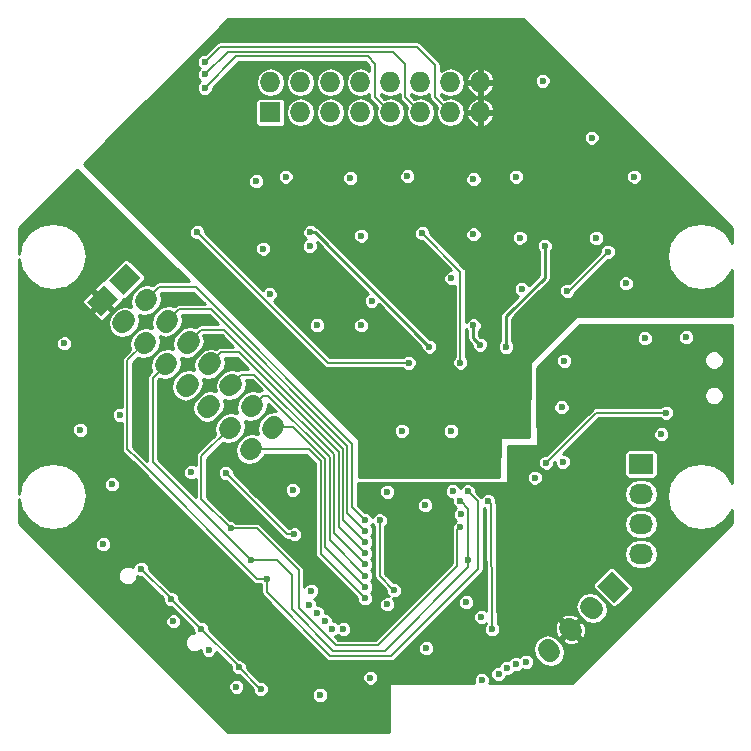
<source format=gbr>
G04 #@! TF.FileFunction,Copper,L2,Inr,Signal*
%FSLAX46Y46*%
G04 Gerber Fmt 4.6, Leading zero omitted, Abs format (unit mm)*
G04 Created by KiCad (PCBNEW 4.0.0-stable) date Friday, November 04, 2016 'AMt' 11:18:16 AM*
%MOMM*%
G01*
G04 APERTURE LIST*
%ADD10C,0.100000*%
%ADD11R,2.032000X1.727200*%
%ADD12O,2.032000X1.727200*%
%ADD13C,1.727200*%
%ADD14R,1.727200X1.727200*%
%ADD15O,1.727200X1.727200*%
%ADD16C,0.600000*%
%ADD17C,0.250000*%
%ADD18C,0.203200*%
%ADD19C,0.177800*%
%ADD20C,0.254000*%
G04 APERTURE END LIST*
D10*
D11*
X52984400Y23063200D03*
D12*
X52984400Y20523200D03*
X52984400Y17983200D03*
X52984400Y15443200D03*
D10*
G36*
X50489037Y13978278D02*
X51925878Y12541437D01*
X50704563Y11320122D01*
X49267722Y12756963D01*
X50489037Y13978278D01*
X50489037Y13978278D01*
G37*
D13*
X48908512Y10745386D02*
X48692986Y10960912D01*
X47112461Y8949335D02*
X46896935Y9164861D01*
X45316409Y7153283D02*
X45100883Y7368809D01*
D10*
G36*
X6062322Y36798437D02*
X7499163Y38235278D01*
X8720478Y37013963D01*
X7283637Y35577122D01*
X6062322Y36798437D01*
X6062322Y36798437D01*
G37*
D13*
X9295214Y35217912D02*
X9079688Y35002386D01*
X11091265Y33421861D02*
X10875739Y33206335D01*
X12887317Y31625809D02*
X12671791Y31410283D01*
X14683368Y29829758D02*
X14467842Y29614232D01*
X16479419Y28033707D02*
X16263893Y27818181D01*
X18275470Y26237656D02*
X18059944Y26022130D01*
X20071522Y24441604D02*
X19855996Y24226078D01*
D10*
G36*
X7941922Y38627237D02*
X9378763Y40064078D01*
X10600078Y38842763D01*
X9163237Y37405922D01*
X7941922Y38627237D01*
X7941922Y38627237D01*
G37*
D13*
X11174814Y37046712D02*
X10959288Y36831186D01*
X12970865Y35250661D02*
X12755339Y35035135D01*
X14766917Y33454609D02*
X14551391Y33239083D01*
X16562968Y31658558D02*
X16347442Y31443032D01*
X18359019Y29862507D02*
X18143493Y29646981D01*
X20155070Y28066456D02*
X19939544Y27850930D01*
X21951122Y26270404D02*
X21735596Y26054878D01*
D14*
X21590000Y52832000D03*
D15*
X21590000Y55372000D03*
X24130000Y52832000D03*
X24130000Y55372000D03*
X26670000Y52832000D03*
X26670000Y55372000D03*
X29210000Y52832000D03*
X29210000Y55372000D03*
X31750000Y52832000D03*
X31750000Y55372000D03*
X34290000Y52832000D03*
X34290000Y55372000D03*
X36830000Y52832000D03*
X36830000Y55372000D03*
X39370000Y52832000D03*
X39370000Y55372000D03*
D16*
X52324000Y44450000D03*
X43891200Y36118800D03*
X34036000Y35915600D03*
X25908000Y36169600D03*
X16200000Y50250000D03*
X42400000Y44500000D03*
X32800000Y44500000D03*
X23000000Y44500000D03*
X32702500Y27444700D03*
X36880800Y27368500D03*
X41198800Y30111700D03*
X42392600Y27343100D03*
X16370300Y7327900D03*
X13398500Y9740900D03*
X46253400Y27863800D03*
X53314600Y33705800D03*
X46482000Y31800800D03*
X51689000Y38354000D03*
X34721800Y19583400D03*
X25806400Y3505200D03*
X30175200Y36880800D03*
X21539200Y37439600D03*
X42900000Y37875000D03*
X46355000Y23241000D03*
X52400000Y47400000D03*
X42400000Y47400000D03*
X33200000Y47425000D03*
X22900000Y47400000D03*
X18732500Y4203700D03*
X37719000Y18808700D03*
X43992800Y21907500D03*
X31496000Y11176000D03*
X25057100Y12319000D03*
X8839200Y27228800D03*
X4140200Y33274000D03*
X14897100Y22377400D03*
X7442200Y16281400D03*
X23482300Y20866100D03*
X32727900Y25882600D03*
X36893500Y25857200D03*
X38188900Y11353800D03*
X34798000Y7467600D03*
X41554400Y32994600D03*
X44825000Y41525000D03*
X37693600Y31648400D03*
X34450000Y42600000D03*
X35064700Y33007300D03*
X25000000Y42700000D03*
X33299400Y31635700D03*
X15400000Y42700000D03*
X19748500Y9144000D03*
X14249400Y13690600D03*
X12242800Y16891000D03*
X10299700Y25704800D03*
X46482000Y29210000D03*
X50673000Y26416000D03*
X31877000Y17653000D03*
X41554400Y15798800D03*
X12306300Y24091900D03*
X49072800Y21615400D03*
X22021800Y19519900D03*
X42456100Y19278600D03*
X22085300Y5588000D03*
X16852900Y10909300D03*
X56819800Y33807400D03*
X54711600Y25577800D03*
X24866600Y11125200D03*
X16065500Y57099200D03*
X16078200Y56057800D03*
X25527000Y10452100D03*
X16040100Y54902100D03*
X26212800Y9753600D03*
X26847800Y9118600D03*
X27787600Y9067800D03*
X30073600Y4978400D03*
X38328600Y20739100D03*
X21310600Y13360400D03*
X38341300Y14973300D03*
X37693600Y19913600D03*
X19939000Y14960600D03*
X18237200Y17602200D03*
X37693600Y17716500D03*
X29616400Y14579600D03*
X29616400Y15494000D03*
X29616400Y16459200D03*
X29616400Y17424400D03*
X29616400Y18288000D03*
X48800000Y50700000D03*
X42725000Y42225000D03*
X38800000Y47175000D03*
X36925000Y38775000D03*
X28375000Y47275000D03*
X24925000Y41500000D03*
X20400000Y47000000D03*
X40373300Y9080500D03*
X40043100Y19913600D03*
X8191500Y21336000D03*
X5511800Y25946100D03*
X39471600Y10109200D03*
X23634700Y17106900D03*
X17818100Y22326600D03*
X37058600Y20751800D03*
X42418000Y6146800D03*
X41630600Y5791200D03*
X40919400Y5283200D03*
X39509700Y4749800D03*
X43243500Y6311900D03*
X55105300Y27419300D03*
X44958000Y23177500D03*
X29616400Y11684000D03*
X29616400Y13614400D03*
X29616400Y12649200D03*
X31496000Y20701000D03*
X32080200Y12362118D03*
X30861000Y18288000D03*
X44650000Y55500000D03*
X50165000Y41021000D03*
X46736000Y37719000D03*
X21000000Y41300000D03*
X25550000Y34825000D03*
X39350000Y33175000D03*
X29300000Y34800000D03*
X29300000Y42400000D03*
X38800000Y42500000D03*
X38800000Y34800000D03*
X49200000Y42200000D03*
X18923000Y5842000D03*
X10668000Y14198600D03*
X20777200Y4013200D03*
X15748000Y9093200D03*
X13182600Y11658600D03*
D17*
X41554400Y32994600D02*
X41554400Y35585400D01*
X41910000Y35941000D02*
X41910000Y35935000D01*
X41554400Y35585400D02*
X41910000Y35941000D01*
X41910000Y35935000D02*
X44825000Y38850000D01*
X44825000Y38850000D02*
X44825000Y41525000D01*
X41893200Y35918200D02*
X41910000Y35935000D01*
D18*
X37693600Y39356400D02*
X37693600Y31648400D01*
X34450000Y42600000D02*
X37693600Y39356400D01*
D17*
X25372800Y42700000D02*
X25000000Y42700000D01*
X35064700Y33007300D02*
X25372800Y42700000D01*
D18*
X26464300Y31635700D02*
X33299400Y31635700D01*
X15400000Y42700000D02*
X26464300Y31635700D01*
X16065500Y57099200D02*
X17341300Y58375000D01*
X35550000Y54112000D02*
X36830000Y52832000D01*
X35550000Y56825000D02*
X35550000Y54112000D01*
X34000000Y58375000D02*
X35550000Y56825000D01*
X17341300Y58375000D02*
X34000000Y58375000D01*
X16078200Y56057800D02*
X17992198Y57971798D01*
X33025000Y54097000D02*
X34290000Y52832000D01*
X33025000Y56900000D02*
X33025000Y54097000D01*
X31953202Y57971798D02*
X33025000Y56900000D01*
X17992198Y57971798D02*
X31953202Y57971798D01*
X16040100Y54902100D02*
X18706596Y57568596D01*
X30475000Y54107000D02*
X31750000Y52832000D01*
X30475000Y56950000D02*
X30475000Y54107000D01*
X29856404Y57568596D02*
X30475000Y56950000D01*
X18706596Y57568596D02*
X29856404Y57568596D01*
D19*
X9499600Y31830196D02*
X10983502Y33314098D01*
X9499600Y29184600D02*
X9499600Y31830196D01*
X38328600Y20739100D02*
X39179500Y19888200D01*
X21310600Y12192000D02*
X21310600Y13360400D01*
X26670000Y6832600D02*
X21310600Y12192000D01*
X31810900Y6832600D02*
X26670000Y6832600D01*
X39179500Y14201200D02*
X31810900Y6832600D01*
X39179500Y19888200D02*
X39179500Y14201200D01*
X9499600Y29184600D02*
X9499600Y24333200D01*
X9499600Y24333200D02*
X10388600Y23444200D01*
X20472400Y13360400D02*
X21310600Y13360400D01*
X10388600Y23444200D02*
X20472400Y13360400D01*
X38355107Y14985824D02*
X38355107Y14985869D01*
X38342583Y14973300D02*
X38355107Y14985824D01*
X38341300Y14973300D02*
X38342583Y14973300D01*
X22174200Y14960600D02*
X19939000Y14960600D01*
X23444200Y13690600D02*
X22174200Y14960600D01*
X23444200Y10744200D02*
X23444200Y13690600D01*
X26924000Y7264400D02*
X23444200Y10744200D01*
X31292800Y7264400D02*
X26924000Y7264400D01*
X38353306Y14324906D02*
X31292800Y7264400D01*
X11633200Y23266400D02*
X19939000Y14960600D01*
X11633200Y30371692D02*
X11633200Y23266400D01*
X37706300Y19900900D02*
X38366700Y19240500D01*
X37680900Y19926300D02*
X37706300Y19900900D01*
X38366700Y19240500D02*
X38355107Y14985869D01*
X38355107Y14985869D02*
X38353306Y14324906D01*
X11633200Y30371692D02*
X12779554Y31518046D01*
X37033200Y14058900D02*
X37439600Y14465300D01*
X37439600Y14465300D02*
X37439600Y17449800D01*
X37439600Y17449800D02*
X37693600Y17716500D01*
X37033200Y14058900D02*
X37026850Y14052550D01*
X37026850Y14052550D02*
X30683200Y7721600D01*
X30683200Y7721600D02*
X27152600Y7721600D01*
X27152600Y7721600D02*
X24003000Y10871200D01*
X24003000Y10871200D02*
X24003000Y14046200D01*
X24003000Y14046200D02*
X20447000Y17602200D01*
X20447000Y17602200D02*
X18237200Y17602200D01*
X15748000Y23710186D02*
X15748000Y20091400D01*
X15748000Y20091400D02*
X18237200Y17602200D01*
X18167707Y26129893D02*
X15748000Y23710186D01*
X29616400Y14579600D02*
X29641800Y14579600D01*
X19128912Y30632400D02*
X18251256Y29754744D01*
X20243800Y30632400D02*
X19128912Y30632400D01*
X27000200Y23876000D02*
X20243800Y30632400D01*
X27000200Y17221200D02*
X27000200Y23876000D01*
X29641800Y14579600D02*
X27000200Y17221200D01*
X29616400Y15494000D02*
X29638602Y15494000D01*
X17416410Y32512000D02*
X16455205Y31550795D01*
X18973800Y32512000D02*
X17416410Y32512000D01*
X27378002Y24107798D02*
X18973800Y32512000D01*
X27378002Y17754600D02*
X27378002Y24107798D01*
X29638602Y15494000D02*
X27378002Y17754600D01*
X29616400Y16459200D02*
X29616400Y16459200D01*
X15729308Y34417000D02*
X14659154Y33346846D01*
X17703800Y34417000D02*
X15729308Y34417000D01*
X27755804Y24364996D02*
X17703800Y34417000D01*
X27755804Y18319796D02*
X27755804Y24364996D01*
X29616400Y16459200D02*
X27755804Y18319796D01*
X13864404Y36144200D02*
X12863102Y35142898D01*
X16586200Y36144200D02*
X13864404Y36144200D01*
X28133606Y24596794D02*
X16586200Y36144200D01*
X28133606Y18907194D02*
X28133606Y24596794D01*
X29616400Y17424400D02*
X29616400Y17424400D01*
X29616400Y17424400D02*
X28133606Y18907194D01*
X28511500Y24790400D02*
X15265400Y38049200D01*
X15265400Y38049200D02*
X12177302Y38049200D01*
X11067051Y36938949D02*
X12177302Y38049200D01*
X28511500Y19964400D02*
X28511500Y24790400D01*
X28511500Y19392900D02*
X28511500Y19964400D01*
X29616400Y18288000D02*
X28511500Y19392900D01*
X40043100Y19913600D02*
X40284400Y19659600D01*
X40284400Y19659600D02*
X40373300Y9080500D01*
X23634700Y17106900D02*
X23037800Y17106900D01*
X23037800Y17106900D02*
X17818100Y22326600D01*
X17894300Y22326600D02*
X17818100Y22326600D01*
X17818100Y22275800D02*
X17818100Y22326600D01*
X49212500Y27419300D02*
X44958000Y23177500D01*
X55105300Y27419300D02*
X49212500Y27419300D01*
X19963759Y24333841D02*
X24838775Y24333841D01*
X25860398Y18440400D02*
X25857200Y18440400D01*
X25860398Y23312218D02*
X25860398Y18440400D01*
X24838775Y24333841D02*
X25860398Y23312218D01*
X29616400Y11684000D02*
X29616400Y11684000D01*
X25857200Y15443200D02*
X25857200Y18440400D01*
X25857200Y18440400D02*
X25857200Y18440400D01*
X29616400Y11684000D02*
X25857200Y15443200D01*
X29616400Y13614400D02*
X29616400Y13614400D01*
X20943014Y28854400D02*
X20047307Y27958693D01*
X21386800Y28854400D02*
X20943014Y28854400D01*
X26619200Y23622000D02*
X21386800Y28854400D01*
X26619200Y16611600D02*
X26619200Y23622000D01*
X29616400Y13614400D02*
X26619200Y16611600D01*
X26238200Y16027400D02*
X29616400Y12649200D01*
X29616400Y12649200D02*
X29616400Y12649200D01*
X21843359Y26162641D02*
X23544267Y26162641D01*
X26238200Y16027400D02*
X26238200Y21767800D01*
X26238200Y23468708D02*
X26238200Y21767800D01*
X23544267Y26162641D02*
X26238200Y23468708D01*
X30861000Y18288000D02*
X30861000Y13563600D01*
X32080200Y12344400D02*
X32080200Y12362118D01*
X30861000Y13563600D02*
X32080200Y12344400D01*
D18*
X50165000Y41021000D02*
X46863000Y37719000D01*
X46863000Y37719000D02*
X46736000Y37719000D01*
D17*
X38800000Y33725000D02*
X38800000Y34800000D01*
X39350000Y33175000D02*
X38800000Y33725000D01*
D19*
X13182600Y11658600D02*
X13182600Y11684000D01*
X13182600Y11684000D02*
X10668000Y14198600D01*
X15748000Y9093200D02*
X13182600Y11658600D01*
X18923000Y5842000D02*
X18923000Y5918200D01*
X18923000Y5918200D02*
X15748000Y9093200D01*
X20751800Y4013200D02*
X18923000Y5842000D01*
X20777200Y4013200D02*
X20751800Y4013200D01*
D20*
G36*
X14737591Y38519100D02*
X12177302Y38519100D01*
X11997911Y38483417D01*
X11997479Y38483331D01*
X11845033Y38381469D01*
X11675870Y38212306D01*
X11670454Y38215925D01*
X11194167Y38310665D01*
X10717879Y38215925D01*
X10314102Y37946130D01*
X10059870Y37691898D01*
X9790075Y37288120D01*
X9695335Y36811833D01*
X9779360Y36389411D01*
X9314567Y36481865D01*
X8838279Y36387125D01*
X8434502Y36117330D01*
X8180270Y35863098D01*
X7910475Y35459320D01*
X7815735Y34983033D01*
X7910475Y34506746D01*
X8180270Y34102968D01*
X8584048Y33833173D01*
X9060335Y33738433D01*
X9536622Y33833173D01*
X9940400Y34102968D01*
X10194632Y34357200D01*
X10464427Y34760977D01*
X10559167Y35237265D01*
X10475142Y35659687D01*
X10939935Y35567233D01*
X11416222Y35661973D01*
X11820000Y35931768D01*
X12074232Y36186000D01*
X12344027Y36589777D01*
X12438767Y37066065D01*
X12344027Y37542352D01*
X12340408Y37547768D01*
X12371940Y37579300D01*
X15070629Y37579300D01*
X16034905Y36614100D01*
X13864404Y36614100D01*
X13684581Y36578331D01*
X13532135Y36476470D01*
X13471921Y36416255D01*
X13466505Y36419874D01*
X12990218Y36514614D01*
X12513930Y36419874D01*
X12110153Y36150079D01*
X11855921Y35895847D01*
X11586126Y35492069D01*
X11491386Y35015782D01*
X11575411Y34593360D01*
X11110618Y34685814D01*
X10634330Y34591074D01*
X10230553Y34321279D01*
X9976321Y34067047D01*
X9706526Y33663269D01*
X9611786Y33186982D01*
X9706526Y32710695D01*
X9710145Y32705279D01*
X9167331Y32162465D01*
X9065469Y32010019D01*
X9029700Y31830196D01*
X9029700Y27887074D01*
X8975254Y27909682D01*
X8704335Y27909918D01*
X8453948Y27806461D01*
X8262213Y27615059D01*
X8158318Y27364854D01*
X8158082Y27093935D01*
X8261539Y26843548D01*
X8452941Y26651813D01*
X8703146Y26547918D01*
X8974065Y26547682D01*
X9029700Y26570670D01*
X9029700Y24333200D01*
X9065469Y24153377D01*
X9167331Y24000931D01*
X10056331Y23111930D01*
X10056334Y23111928D01*
X20140131Y13028130D01*
X20292577Y12926269D01*
X20472400Y12890500D01*
X20817440Y12890500D01*
X20840700Y12867200D01*
X20840700Y12192000D01*
X20875655Y12016270D01*
X20876469Y12012177D01*
X20978331Y11859731D01*
X26337730Y6500331D01*
X26458461Y6419661D01*
X26490177Y6398469D01*
X26670000Y6362700D01*
X31810900Y6362700D01*
X31990723Y6398469D01*
X32143169Y6500331D01*
X32975573Y7332735D01*
X34116882Y7332735D01*
X34220339Y7082348D01*
X34411741Y6890613D01*
X34661946Y6786718D01*
X34932865Y6786482D01*
X35183252Y6889939D01*
X35374987Y7081341D01*
X35478882Y7331546D01*
X35478931Y7388162D01*
X43836930Y7388162D01*
X43931670Y6911875D01*
X44201465Y6508097D01*
X44455697Y6253865D01*
X44859474Y5984070D01*
X45335762Y5889330D01*
X45812049Y5984070D01*
X46215827Y6253865D01*
X46485622Y6657643D01*
X46580362Y7133930D01*
X46485622Y7610218D01*
X46215827Y8013995D01*
X46076154Y8153668D01*
X46280873Y8153668D01*
X46359595Y7956317D01*
X46796915Y7743796D01*
X47282274Y7714807D01*
X47737455Y7873040D01*
X47830395Y8051796D01*
X47004698Y8877493D01*
X46280873Y8153668D01*
X46076154Y8153668D01*
X45961595Y8268227D01*
X45557817Y8538022D01*
X45081530Y8632762D01*
X44605243Y8538022D01*
X44201465Y8268227D01*
X43931670Y7864449D01*
X43836930Y7388162D01*
X35478931Y7388162D01*
X35479118Y7602465D01*
X35375661Y7852852D01*
X35184259Y8044587D01*
X34934054Y8148482D01*
X34663135Y8148718D01*
X34412748Y8045261D01*
X34221013Y7853859D01*
X34117118Y7603654D01*
X34116882Y7332735D01*
X32975573Y7332735D01*
X36861773Y11218935D01*
X37507782Y11218935D01*
X37611239Y10968548D01*
X37802641Y10776813D01*
X38052846Y10672918D01*
X38323765Y10672682D01*
X38574152Y10776139D01*
X38765887Y10967541D01*
X38869782Y11217746D01*
X38870018Y11488665D01*
X38766561Y11739052D01*
X38575159Y11930787D01*
X38324954Y12034682D01*
X38054035Y12034918D01*
X37803648Y11931461D01*
X37611913Y11740059D01*
X37508018Y11489854D01*
X37507782Y11218935D01*
X36861773Y11218935D01*
X39511769Y13868930D01*
X39613631Y14021377D01*
X39617637Y14041518D01*
X39649400Y14201200D01*
X39649400Y19344067D01*
X39656841Y19336613D01*
X39817760Y19269793D01*
X39890163Y10653827D01*
X39857859Y10686187D01*
X39607654Y10790082D01*
X39336735Y10790318D01*
X39086348Y10686861D01*
X38894613Y10495459D01*
X38790718Y10245254D01*
X38790482Y9974335D01*
X38893939Y9723948D01*
X39085341Y9532213D01*
X39335546Y9428318D01*
X39606465Y9428082D01*
X39856852Y9531539D01*
X39899238Y9573851D01*
X39899274Y9569541D01*
X39796313Y9466759D01*
X39692418Y9216554D01*
X39692182Y8945635D01*
X39795639Y8695248D01*
X39987041Y8503513D01*
X40237246Y8399618D01*
X40508165Y8399382D01*
X40758552Y8502839D01*
X40950287Y8694241D01*
X41054182Y8944446D01*
X41054418Y9215365D01*
X41005121Y9334674D01*
X45662407Y9334674D01*
X45691396Y8849315D01*
X45903917Y8411995D01*
X46101268Y8333273D01*
X46825093Y9057098D01*
X47184303Y9057098D01*
X48010000Y8231401D01*
X48188756Y8324341D01*
X48346989Y8779522D01*
X48318000Y9264881D01*
X48105479Y9702201D01*
X47908128Y9780923D01*
X47184303Y9057098D01*
X46825093Y9057098D01*
X45999396Y9882795D01*
X45820640Y9789855D01*
X45662407Y9334674D01*
X41005121Y9334674D01*
X40950961Y9465752D01*
X40839037Y9577871D01*
X40834966Y10062400D01*
X46179001Y10062400D01*
X47004698Y9236703D01*
X47728523Y9960528D01*
X47649801Y10157879D01*
X47212481Y10370400D01*
X46727122Y10399389D01*
X46271941Y10241156D01*
X46179001Y10062400D01*
X40834966Y10062400D01*
X40827253Y10980265D01*
X47429033Y10980265D01*
X47523773Y10503978D01*
X47793568Y10100200D01*
X48047800Y9845968D01*
X48451577Y9576173D01*
X48927865Y9481433D01*
X49404152Y9576173D01*
X49807930Y9845968D01*
X50077725Y10249746D01*
X50172465Y10726033D01*
X50077725Y11202321D01*
X49807930Y11606098D01*
X49553698Y11860330D01*
X49149920Y12130125D01*
X48673633Y12224865D01*
X48197346Y12130125D01*
X47793568Y11860330D01*
X47523773Y11456552D01*
X47429033Y10980265D01*
X40827253Y10980265D01*
X40812278Y12762330D01*
X48879295Y12762330D01*
X48907810Y12610787D01*
X48993036Y12482277D01*
X50429877Y11045436D01*
X50548499Y10964386D01*
X50699196Y10931695D01*
X50850739Y10960210D01*
X50979249Y11045436D01*
X52200564Y12266751D01*
X52281614Y12385373D01*
X52314305Y12536070D01*
X52285790Y12687613D01*
X52200564Y12816123D01*
X50763723Y14252964D01*
X50645101Y14334014D01*
X50494404Y14366705D01*
X50342861Y14338190D01*
X50214351Y14252964D01*
X48993036Y13031649D01*
X48911986Y12913027D01*
X48879295Y12762330D01*
X40812278Y12762330D01*
X40789750Y15443200D01*
X51560031Y15443200D01*
X51654771Y14966912D01*
X51924566Y14563135D01*
X52328343Y14293340D01*
X52804631Y14198600D01*
X53164169Y14198600D01*
X53640457Y14293340D01*
X54044234Y14563135D01*
X54314029Y14966912D01*
X54408769Y15443200D01*
X54314029Y15919488D01*
X54044234Y16323265D01*
X53640457Y16593060D01*
X53164169Y16687800D01*
X52804631Y16687800D01*
X52328343Y16593060D01*
X51924566Y16323265D01*
X51654771Y15919488D01*
X51560031Y15443200D01*
X40789750Y15443200D01*
X40768405Y17983200D01*
X51560031Y17983200D01*
X51654771Y17506912D01*
X51924566Y17103135D01*
X52328343Y16833340D01*
X52804631Y16738600D01*
X53164169Y16738600D01*
X53640457Y16833340D01*
X54044234Y17103135D01*
X54314029Y17506912D01*
X54408769Y17983200D01*
X54314029Y18459488D01*
X54044234Y18863265D01*
X53640457Y19133060D01*
X53164169Y19227800D01*
X52804631Y19227800D01*
X52328343Y19133060D01*
X51924566Y18863265D01*
X51654771Y18459488D01*
X51560031Y17983200D01*
X40768405Y17983200D01*
X40754283Y19663549D01*
X40737238Y19745631D01*
X40724021Y19822302D01*
X40724218Y20048465D01*
X40620761Y20298852D01*
X40429359Y20490587D01*
X40350819Y20523200D01*
X51560031Y20523200D01*
X51654771Y20046912D01*
X51924566Y19643135D01*
X52328343Y19373340D01*
X52804631Y19278600D01*
X53164169Y19278600D01*
X53640457Y19373340D01*
X54044234Y19643135D01*
X54314029Y20046912D01*
X54408769Y20523200D01*
X54314029Y20999488D01*
X54044234Y21403265D01*
X53640457Y21673060D01*
X53164169Y21767800D01*
X52804631Y21767800D01*
X52328343Y21673060D01*
X51924566Y21403265D01*
X51654771Y20999488D01*
X51560031Y20523200D01*
X40350819Y20523200D01*
X40179154Y20594482D01*
X39908235Y20594718D01*
X39657848Y20491261D01*
X39466113Y20299859D01*
X39456216Y20276023D01*
X39009586Y20722652D01*
X39009718Y20873965D01*
X38906261Y21124352D01*
X38714859Y21316087D01*
X38464654Y21419982D01*
X38193735Y21420218D01*
X37943348Y21316761D01*
X37751613Y21125359D01*
X37696216Y20991949D01*
X37636261Y21137052D01*
X37444859Y21328787D01*
X37194654Y21432682D01*
X36923735Y21432918D01*
X36673348Y21329461D01*
X36481613Y21138059D01*
X36377718Y20887854D01*
X36377482Y20616935D01*
X36480939Y20366548D01*
X36672341Y20174813D01*
X36922546Y20070918D01*
X37021512Y20070832D01*
X37012718Y20049654D01*
X37012482Y19778735D01*
X37115939Y19528348D01*
X37295648Y19348327D01*
X37142013Y19194959D01*
X37038118Y18944754D01*
X37037882Y18673835D01*
X37141339Y18423448D01*
X37289342Y18275188D01*
X37116613Y18102759D01*
X37012718Y17852554D01*
X37012533Y17640195D01*
X37005469Y17629623D01*
X37004332Y17623908D01*
X37001213Y17618984D01*
X36986488Y17534198D01*
X36969700Y17449800D01*
X36969700Y14659939D01*
X36700933Y14391171D01*
X36700930Y14391169D01*
X36694914Y14385152D01*
X30488837Y8191500D01*
X27347239Y8191500D01*
X27066583Y8472156D01*
X27233052Y8540939D01*
X27292280Y8600064D01*
X27401341Y8490813D01*
X27651546Y8386918D01*
X27922465Y8386682D01*
X28172852Y8490139D01*
X28364587Y8681541D01*
X28468482Y8931746D01*
X28468718Y9202665D01*
X28365261Y9453052D01*
X28173859Y9644787D01*
X27923654Y9748682D01*
X27652735Y9748918D01*
X27402348Y9645461D01*
X27343120Y9586336D01*
X27234059Y9695587D01*
X26983854Y9799482D01*
X26893841Y9799560D01*
X26893918Y9888465D01*
X26790461Y10138852D01*
X26599059Y10330587D01*
X26348854Y10434482D01*
X26207985Y10434605D01*
X26208118Y10586965D01*
X26104661Y10837352D01*
X25913259Y11029087D01*
X25663054Y11132982D01*
X25547607Y11133083D01*
X25547718Y11260065D01*
X25444261Y11510452D01*
X25280524Y11674474D01*
X25442352Y11741339D01*
X25634087Y11932741D01*
X25737982Y12182946D01*
X25738218Y12453865D01*
X25634761Y12704252D01*
X25443359Y12895987D01*
X25193154Y12999882D01*
X24922235Y13000118D01*
X24671848Y12896661D01*
X24480113Y12705259D01*
X24472900Y12687888D01*
X24472900Y14046200D01*
X24437131Y14226023D01*
X24422893Y14247331D01*
X24335269Y14378470D01*
X20779269Y17934469D01*
X20626823Y18036331D01*
X20605517Y18040569D01*
X20447000Y18072100D01*
X18730360Y18072100D01*
X18623459Y18179187D01*
X18373254Y18283082D01*
X18220724Y18283215D01*
X16217900Y20286038D01*
X16217900Y22191735D01*
X17136982Y22191735D01*
X17240439Y21941348D01*
X17431841Y21749613D01*
X17682046Y21645718D01*
X17834577Y21645585D01*
X22705531Y16774630D01*
X22857977Y16672769D01*
X23037800Y16637000D01*
X23141540Y16637000D01*
X23248441Y16529913D01*
X23498646Y16426018D01*
X23769565Y16425782D01*
X24019952Y16529239D01*
X24211687Y16720641D01*
X24315582Y16970846D01*
X24315818Y17241765D01*
X24212361Y17492152D01*
X24020959Y17683887D01*
X23770754Y17787782D01*
X23499835Y17788018D01*
X23249448Y17684561D01*
X23187009Y17622230D01*
X20078004Y20731235D01*
X22801182Y20731235D01*
X22904639Y20480848D01*
X23096041Y20289113D01*
X23346246Y20185218D01*
X23617165Y20184982D01*
X23867552Y20288439D01*
X24059287Y20479841D01*
X24163182Y20730046D01*
X24163418Y21000965D01*
X24059961Y21251352D01*
X23868559Y21443087D01*
X23618354Y21546982D01*
X23347435Y21547218D01*
X23097048Y21443761D01*
X22905313Y21252359D01*
X22801418Y21002154D01*
X22801182Y20731235D01*
X20078004Y20731235D01*
X18499086Y22310152D01*
X18499218Y22461465D01*
X18395761Y22711852D01*
X18204359Y22903587D01*
X17954154Y23007482D01*
X17683235Y23007718D01*
X17432848Y22904261D01*
X17241113Y22712859D01*
X17137218Y22462654D01*
X17136982Y22191735D01*
X16217900Y22191735D01*
X16217900Y23515548D01*
X17558888Y24856536D01*
X17564304Y24852917D01*
X18040591Y24758177D01*
X18516878Y24852917D01*
X18920656Y25122712D01*
X19174888Y25376944D01*
X19444683Y25780721D01*
X19539423Y26257009D01*
X19455398Y26679431D01*
X19920191Y26586977D01*
X20396478Y26681717D01*
X20800256Y26951512D01*
X21054488Y27205744D01*
X21324283Y27609521D01*
X21419023Y28085809D01*
X21401187Y28175475D01*
X22060141Y27516521D01*
X21970475Y27534357D01*
X21494187Y27439617D01*
X21090410Y27169822D01*
X20836178Y26915590D01*
X20566383Y26511812D01*
X20471643Y26035525D01*
X20555668Y25613103D01*
X20090875Y25705557D01*
X19614587Y25610817D01*
X19210810Y25341022D01*
X18956578Y25086790D01*
X18686783Y24683012D01*
X18592043Y24206725D01*
X18686783Y23730438D01*
X18956578Y23326660D01*
X19360356Y23056865D01*
X19836643Y22962125D01*
X20312930Y23056865D01*
X20716708Y23326660D01*
X20970940Y23580892D01*
X21160067Y23863941D01*
X24644137Y23863941D01*
X25390498Y23117579D01*
X25390498Y18456477D01*
X25387300Y18440400D01*
X25387300Y15443200D01*
X25417203Y15292869D01*
X25423069Y15263377D01*
X25524931Y15110931D01*
X28935414Y11700447D01*
X28935282Y11549135D01*
X29038739Y11298748D01*
X29230141Y11107013D01*
X29480346Y11003118D01*
X29751265Y11002882D01*
X30001652Y11106339D01*
X30193387Y11297741D01*
X30297282Y11547946D01*
X30297518Y11818865D01*
X30194061Y12069252D01*
X30096880Y12166602D01*
X30193387Y12262941D01*
X30297282Y12513146D01*
X30297518Y12784065D01*
X30194061Y13034452D01*
X30096880Y13131802D01*
X30193387Y13228141D01*
X30297282Y13478346D01*
X30297518Y13749265D01*
X30194061Y13999652D01*
X30096880Y14097002D01*
X30193387Y14193341D01*
X30297282Y14443546D01*
X30297518Y14714465D01*
X30194061Y14964852D01*
X30122280Y15036758D01*
X30193387Y15107741D01*
X30297282Y15357946D01*
X30297518Y15628865D01*
X30194061Y15879252D01*
X30096880Y15976602D01*
X30193387Y16072941D01*
X30297282Y16323146D01*
X30297518Y16594065D01*
X30194061Y16844452D01*
X30096880Y16941802D01*
X30193387Y17038141D01*
X30297282Y17288346D01*
X30297518Y17559265D01*
X30194061Y17809652D01*
X30147680Y17856114D01*
X30193387Y17901741D01*
X30238683Y18010825D01*
X30283339Y17902748D01*
X30391100Y17794800D01*
X30391100Y13563600D01*
X30426869Y13383777D01*
X30528731Y13231331D01*
X31399198Y12360863D01*
X31399082Y12227253D01*
X31502539Y11976866D01*
X31622306Y11856890D01*
X31361135Y11857118D01*
X31110748Y11753661D01*
X30919013Y11562259D01*
X30815118Y11312054D01*
X30814882Y11041135D01*
X30918339Y10790748D01*
X31109741Y10599013D01*
X31359946Y10495118D01*
X31630865Y10494882D01*
X31881252Y10598339D01*
X32072987Y10789741D01*
X32176882Y11039946D01*
X32177118Y11310865D01*
X32073661Y11561252D01*
X31953894Y11681228D01*
X32215065Y11681000D01*
X32465452Y11784457D01*
X32657187Y11975859D01*
X32761082Y12226064D01*
X32761318Y12496983D01*
X32657861Y12747370D01*
X32466459Y12939105D01*
X32216254Y13043000D01*
X32045990Y13043148D01*
X31330900Y13758238D01*
X31330900Y17794840D01*
X31437987Y17901741D01*
X31541882Y18151946D01*
X31542118Y18422865D01*
X31438661Y18673252D01*
X31247259Y18864987D01*
X30997054Y18968882D01*
X30726135Y18969118D01*
X30475748Y18865661D01*
X30284013Y18674259D01*
X30238717Y18565175D01*
X30194061Y18673252D01*
X30002659Y18864987D01*
X29752454Y18968882D01*
X29599924Y18969015D01*
X29120404Y19448535D01*
X34040682Y19448535D01*
X34144139Y19198148D01*
X34335541Y19006413D01*
X34585746Y18902518D01*
X34856665Y18902282D01*
X35107052Y19005739D01*
X35298787Y19197141D01*
X35402682Y19447346D01*
X35402918Y19718265D01*
X35299461Y19968652D01*
X35108059Y20160387D01*
X34857854Y20264282D01*
X34586935Y20264518D01*
X34336548Y20161061D01*
X34144813Y19969659D01*
X34040918Y19719454D01*
X34040682Y19448535D01*
X29120404Y19448535D01*
X28981400Y19587538D01*
X28981400Y20566135D01*
X30814882Y20566135D01*
X30918339Y20315748D01*
X31109741Y20124013D01*
X31359946Y20020118D01*
X31630865Y20019882D01*
X31881252Y20123339D01*
X32072987Y20314741D01*
X32176882Y20564946D01*
X32177118Y20835865D01*
X32073661Y21086252D01*
X31882259Y21277987D01*
X31632054Y21381882D01*
X31361135Y21382118D01*
X31110748Y21278661D01*
X30919013Y21087259D01*
X30815118Y20837054D01*
X30814882Y20566135D01*
X28981400Y20566135D01*
X28981400Y21413315D01*
X41618272Y21450301D01*
X41667652Y21460451D01*
X41709193Y21489013D01*
X41736349Y21531487D01*
X41744900Y21577300D01*
X41744900Y21772635D01*
X43311682Y21772635D01*
X43415139Y21522248D01*
X43606541Y21330513D01*
X43856746Y21226618D01*
X44127665Y21226382D01*
X44378052Y21329839D01*
X44569787Y21521241D01*
X44673682Y21771446D01*
X44673918Y22042365D01*
X44570461Y22292752D01*
X44379059Y22484487D01*
X44128854Y22588382D01*
X43857935Y22588618D01*
X43607548Y22485161D01*
X43415813Y22293759D01*
X43311918Y22043554D01*
X43311682Y21772635D01*
X41744900Y21772635D01*
X41744900Y23042635D01*
X44276882Y23042635D01*
X44380339Y22792248D01*
X44571741Y22600513D01*
X44821946Y22496618D01*
X45092865Y22496382D01*
X45343252Y22599839D01*
X45534987Y22791241D01*
X45638882Y23041446D01*
X45639014Y23192933D01*
X45673988Y23227803D01*
X45673882Y23106135D01*
X45777339Y22855748D01*
X45968741Y22664013D01*
X46218946Y22560118D01*
X46489865Y22559882D01*
X46740252Y22663339D01*
X46931987Y22854741D01*
X47035882Y23104946D01*
X47036118Y23375865D01*
X46932661Y23626252D01*
X46741259Y23817987D01*
X46491054Y23921882D01*
X46370251Y23921987D01*
X46375078Y23926800D01*
X51579936Y23926800D01*
X51579936Y22199600D01*
X51606503Y22058410D01*
X51689946Y21928735D01*
X51817266Y21841741D01*
X51968400Y21811136D01*
X54000400Y21811136D01*
X54141590Y21837703D01*
X54271265Y21921146D01*
X54358259Y22048466D01*
X54388864Y22199600D01*
X54388864Y23926800D01*
X54362297Y24067990D01*
X54278854Y24197665D01*
X54151534Y24284659D01*
X54000400Y24315264D01*
X51968400Y24315264D01*
X51827210Y24288697D01*
X51697535Y24205254D01*
X51610541Y24077934D01*
X51579936Y23926800D01*
X46375078Y23926800D01*
X47895751Y25442935D01*
X54030482Y25442935D01*
X54133939Y25192548D01*
X54325341Y25000813D01*
X54575546Y24896918D01*
X54846465Y24896682D01*
X55096852Y25000139D01*
X55288587Y25191541D01*
X55392482Y25441746D01*
X55392718Y25712665D01*
X55289261Y25963052D01*
X55097859Y26154787D01*
X54847654Y26258682D01*
X54576735Y26258918D01*
X54326348Y26155461D01*
X54134613Y25964059D01*
X54030718Y25713854D01*
X54030482Y25442935D01*
X47895751Y25442935D01*
X49406727Y26949400D01*
X54612140Y26949400D01*
X54719041Y26842313D01*
X54969246Y26738418D01*
X55240165Y26738182D01*
X55490552Y26841639D01*
X55682287Y27033041D01*
X55786182Y27283246D01*
X55786418Y27554165D01*
X55682961Y27804552D01*
X55491559Y27996287D01*
X55241354Y28100182D01*
X54970435Y28100418D01*
X54720048Y27996961D01*
X54612100Y27889200D01*
X49212500Y27889200D01*
X49122707Y27871339D01*
X49033326Y27853699D01*
X49033029Y27853501D01*
X49032677Y27853431D01*
X48956856Y27802769D01*
X48880728Y27752066D01*
X44975490Y23858485D01*
X44823135Y23858618D01*
X44572748Y23755161D01*
X44381013Y23563759D01*
X44277118Y23313554D01*
X44276882Y23042635D01*
X41744900Y23042635D01*
X41744900Y24550396D01*
X44095702Y24574507D01*
X44145007Y24585019D01*
X44186338Y24613885D01*
X44213182Y24656557D01*
X44221399Y24701993D01*
X44209644Y27728935D01*
X45572282Y27728935D01*
X45675739Y27478548D01*
X45867141Y27286813D01*
X46117346Y27182918D01*
X46388265Y27182682D01*
X46638652Y27286139D01*
X46830387Y27477541D01*
X46934282Y27727746D01*
X46934518Y27998665D01*
X46831061Y28249052D01*
X46639659Y28440787D01*
X46389454Y28544682D01*
X46118535Y28544918D01*
X45868148Y28441461D01*
X45676413Y28250059D01*
X45572518Y27999854D01*
X45572282Y27728935D01*
X44209644Y27728935D01*
X44205877Y28699029D01*
X58322856Y28699029D01*
X58449102Y28393491D01*
X58682662Y28159523D01*
X58987979Y28032745D01*
X59318571Y28032456D01*
X59624109Y28158702D01*
X59858077Y28392262D01*
X59984855Y28697579D01*
X59985144Y29028171D01*
X59858898Y29333709D01*
X59625338Y29567677D01*
X59320021Y29694455D01*
X58989429Y29694744D01*
X58683891Y29568498D01*
X58449923Y29334938D01*
X58323145Y29029621D01*
X58322856Y28699029D01*
X44205877Y28699029D01*
X44196204Y31189598D01*
X44672541Y31665935D01*
X45800882Y31665935D01*
X45904339Y31415548D01*
X46095741Y31223813D01*
X46345946Y31119918D01*
X46616865Y31119682D01*
X46867252Y31223139D01*
X47058987Y31414541D01*
X47162882Y31664746D01*
X47162911Y31699029D01*
X58322856Y31699029D01*
X58449102Y31393491D01*
X58682662Y31159523D01*
X58987979Y31032745D01*
X59318571Y31032456D01*
X59624109Y31158702D01*
X59858077Y31392262D01*
X59984855Y31697579D01*
X59985144Y32028171D01*
X59858898Y32333709D01*
X59625338Y32567677D01*
X59320021Y32694455D01*
X58989429Y32694744D01*
X58683891Y32568498D01*
X58449923Y32334938D01*
X58323145Y32029621D01*
X58322856Y31699029D01*
X47162911Y31699029D01*
X47163118Y31935665D01*
X47059661Y32186052D01*
X46868259Y32377787D01*
X46618054Y32481682D01*
X46347135Y32481918D01*
X46096748Y32378461D01*
X45905013Y32187059D01*
X45801118Y31936854D01*
X45800882Y31665935D01*
X44672541Y31665935D01*
X46577541Y33570935D01*
X52633482Y33570935D01*
X52736939Y33320548D01*
X52928341Y33128813D01*
X53178546Y33024918D01*
X53449465Y33024682D01*
X53699852Y33128139D01*
X53891587Y33319541D01*
X53995482Y33569746D01*
X53995571Y33672535D01*
X56138682Y33672535D01*
X56242139Y33422148D01*
X56433541Y33230413D01*
X56683746Y33126518D01*
X56954665Y33126282D01*
X57205052Y33229739D01*
X57396787Y33421141D01*
X57500682Y33671346D01*
X57500918Y33942265D01*
X57397461Y34192652D01*
X57206059Y34384387D01*
X56955854Y34488282D01*
X56684935Y34488518D01*
X56434548Y34385061D01*
X56242813Y34193659D01*
X56138918Y33943454D01*
X56138682Y33672535D01*
X53995571Y33672535D01*
X53995718Y33840665D01*
X53892261Y34091052D01*
X53700859Y34282787D01*
X53450654Y34386682D01*
X53179735Y34386918D01*
X52929348Y34283461D01*
X52737613Y34092059D01*
X52633718Y33841854D01*
X52633482Y33570935D01*
X46577541Y33570935D01*
X47804806Y34798200D01*
X60656400Y34847065D01*
X60656400Y21467621D01*
X60067689Y22348689D01*
X59136919Y22970610D01*
X58039000Y23189000D01*
X56941081Y22970610D01*
X56010311Y22348689D01*
X55388390Y21417919D01*
X55170000Y20320000D01*
X55388390Y19222081D01*
X56010311Y18291311D01*
X56941081Y17669390D01*
X58039000Y17451000D01*
X59136919Y17669390D01*
X60067689Y18291311D01*
X60656400Y19172379D01*
X60656400Y18045082D01*
X47171012Y4559694D01*
X45477023Y4521194D01*
X42125683Y4508500D01*
X40146880Y4508500D01*
X40190582Y4613746D01*
X40190818Y4884665D01*
X40087361Y5135052D01*
X40074102Y5148335D01*
X40238282Y5148335D01*
X40341739Y4897948D01*
X40533141Y4706213D01*
X40783346Y4602318D01*
X41054265Y4602082D01*
X41304652Y4705539D01*
X41496387Y4896941D01*
X41584957Y5110239D01*
X41765465Y5110082D01*
X42015852Y5213539D01*
X42207587Y5404941D01*
X42240119Y5483286D01*
X42281946Y5465918D01*
X42552865Y5465682D01*
X42803252Y5569139D01*
X42936391Y5702047D01*
X43107446Y5631018D01*
X43378365Y5630782D01*
X43628752Y5734239D01*
X43820487Y5925641D01*
X43924382Y6175846D01*
X43924618Y6446765D01*
X43821161Y6697152D01*
X43629759Y6888887D01*
X43379554Y6992782D01*
X43108635Y6993018D01*
X42858248Y6889561D01*
X42725109Y6756653D01*
X42554054Y6827682D01*
X42283135Y6827918D01*
X42032748Y6724461D01*
X41841013Y6533059D01*
X41808481Y6454714D01*
X41766654Y6472082D01*
X41495735Y6472318D01*
X41245348Y6368861D01*
X41053613Y6177459D01*
X40965043Y5964161D01*
X40784535Y5964318D01*
X40534148Y5860861D01*
X40342413Y5669459D01*
X40238518Y5419254D01*
X40238282Y5148335D01*
X40074102Y5148335D01*
X39895959Y5326787D01*
X39645754Y5430682D01*
X39374835Y5430918D01*
X39124448Y5327461D01*
X38932713Y5136059D01*
X38828818Y4885854D01*
X38828582Y4614935D01*
X38872560Y4508500D01*
X31788100Y4508500D01*
X31738690Y4498494D01*
X31697065Y4470053D01*
X31669785Y4427659D01*
X31661100Y4381500D01*
X31661100Y405200D01*
X17994282Y405200D01*
X14330647Y4068835D01*
X18051382Y4068835D01*
X18154839Y3818448D01*
X18346241Y3626713D01*
X18596446Y3522818D01*
X18867365Y3522582D01*
X19117752Y3626039D01*
X19309487Y3817441D01*
X19413382Y4067646D01*
X19413618Y4338565D01*
X19310161Y4588952D01*
X19118759Y4780687D01*
X18868554Y4884582D01*
X18597635Y4884818D01*
X18347248Y4781361D01*
X18155513Y4589959D01*
X18051618Y4339754D01*
X18051382Y4068835D01*
X14330647Y4068835D01*
X8793447Y9606035D01*
X12717382Y9606035D01*
X12820839Y9355648D01*
X13012241Y9163913D01*
X13262446Y9060018D01*
X13533365Y9059782D01*
X13783752Y9163239D01*
X13975487Y9354641D01*
X14079382Y9604846D01*
X14079618Y9875765D01*
X13976161Y10126152D01*
X13784759Y10317887D01*
X13534554Y10421782D01*
X13263635Y10422018D01*
X13013248Y10318561D01*
X12821513Y10127159D01*
X12717618Y9876954D01*
X12717382Y9606035D01*
X8793447Y9606035D01*
X4956164Y13443318D01*
X8686281Y13443318D01*
X8812527Y13137780D01*
X9046087Y12903812D01*
X9351404Y12777034D01*
X9681996Y12776745D01*
X9987534Y12902991D01*
X10221502Y13136551D01*
X10348280Y13441868D01*
X10348413Y13593928D01*
X10531946Y13517718D01*
X10684477Y13517585D01*
X12501636Y11700425D01*
X12501482Y11523735D01*
X12604939Y11273348D01*
X12796341Y11081613D01*
X13046546Y10977718D01*
X13199077Y10977585D01*
X15067014Y9109647D01*
X15066882Y8958335D01*
X15139715Y8782065D01*
X15009708Y8782179D01*
X14704170Y8655933D01*
X14470202Y8422373D01*
X14343424Y8117056D01*
X14343135Y7786464D01*
X14469381Y7480926D01*
X14702941Y7246958D01*
X15008258Y7120180D01*
X15338850Y7119891D01*
X15644388Y7246137D01*
X15689267Y7290938D01*
X15689182Y7193035D01*
X15792639Y6942648D01*
X15984041Y6750913D01*
X16234246Y6647018D01*
X16505165Y6646782D01*
X16755552Y6750239D01*
X16947287Y6941641D01*
X17031710Y7144952D01*
X18242080Y5934581D01*
X18241882Y5707135D01*
X18345339Y5456748D01*
X18536741Y5265013D01*
X18786946Y5161118D01*
X18939477Y5160985D01*
X20096192Y4004269D01*
X20096082Y3878335D01*
X20199539Y3627948D01*
X20390941Y3436213D01*
X20641146Y3332318D01*
X20912065Y3332082D01*
X21004645Y3370335D01*
X25125282Y3370335D01*
X25228739Y3119948D01*
X25420141Y2928213D01*
X25670346Y2824318D01*
X25941265Y2824082D01*
X26191652Y2927539D01*
X26383387Y3118941D01*
X26487282Y3369146D01*
X26487518Y3640065D01*
X26384061Y3890452D01*
X26192659Y4082187D01*
X25942454Y4186082D01*
X25671535Y4186318D01*
X25421148Y4082861D01*
X25229413Y3891459D01*
X25125518Y3641254D01*
X25125282Y3370335D01*
X21004645Y3370335D01*
X21162452Y3435539D01*
X21354187Y3626941D01*
X21458082Y3877146D01*
X21458318Y4148065D01*
X21354861Y4398452D01*
X21163459Y4590187D01*
X20913254Y4694082D01*
X20735302Y4694237D01*
X20586004Y4843535D01*
X29392482Y4843535D01*
X29495939Y4593148D01*
X29687341Y4401413D01*
X29937546Y4297518D01*
X30208465Y4297282D01*
X30458852Y4400739D01*
X30650587Y4592141D01*
X30754482Y4842346D01*
X30754718Y5113265D01*
X30651261Y5363652D01*
X30459859Y5555387D01*
X30209654Y5659282D01*
X29938735Y5659518D01*
X29688348Y5556061D01*
X29496613Y5364659D01*
X29392718Y5114454D01*
X29392482Y4843535D01*
X20586004Y4843535D01*
X19603986Y5825552D01*
X19604118Y5976865D01*
X19500661Y6227252D01*
X19309259Y6418987D01*
X19059054Y6522882D01*
X18982790Y6522948D01*
X16428986Y9076752D01*
X16429118Y9228065D01*
X16325661Y9478452D01*
X16134259Y9670187D01*
X15884054Y9774082D01*
X15731524Y9774215D01*
X13863586Y11642152D01*
X13863718Y11793465D01*
X13760261Y12043852D01*
X13568859Y12235587D01*
X13318654Y12339482D01*
X13191546Y12339593D01*
X11348986Y14182152D01*
X11349118Y14333465D01*
X11245661Y14583852D01*
X11054259Y14775587D01*
X10804054Y14879482D01*
X10533135Y14879718D01*
X10282748Y14776261D01*
X10091013Y14584859D01*
X9987118Y14334654D01*
X9987099Y14312657D01*
X9683446Y14438744D01*
X9352854Y14439033D01*
X9047316Y14312787D01*
X8813348Y14079227D01*
X8686570Y13773910D01*
X8686281Y13443318D01*
X4956164Y13443318D01*
X2252947Y16146535D01*
X6761082Y16146535D01*
X6864539Y15896148D01*
X7055941Y15704413D01*
X7306146Y15600518D01*
X7577065Y15600282D01*
X7827452Y15703739D01*
X8019187Y15895141D01*
X8123082Y16145346D01*
X8123318Y16416265D01*
X8019861Y16666652D01*
X7828459Y16858387D01*
X7578254Y16962282D01*
X7307335Y16962518D01*
X7056948Y16859061D01*
X6865213Y16667659D01*
X6761318Y16417454D01*
X6761082Y16146535D01*
X2252947Y16146535D01*
X354400Y18045082D01*
X354400Y20076677D01*
X524390Y19222081D01*
X1146311Y18291311D01*
X2077081Y17669390D01*
X3175000Y17451000D01*
X4272919Y17669390D01*
X5203689Y18291311D01*
X5825610Y19222081D01*
X6044000Y20320000D01*
X5868732Y21201135D01*
X7510382Y21201135D01*
X7613839Y20950748D01*
X7805241Y20759013D01*
X8055446Y20655118D01*
X8326365Y20654882D01*
X8576752Y20758339D01*
X8768487Y20949741D01*
X8872382Y21199946D01*
X8872618Y21470865D01*
X8769161Y21721252D01*
X8577759Y21912987D01*
X8327554Y22016882D01*
X8056635Y22017118D01*
X7806248Y21913661D01*
X7614513Y21722259D01*
X7510618Y21472054D01*
X7510382Y21201135D01*
X5868732Y21201135D01*
X5825610Y21417919D01*
X5203689Y22348689D01*
X4272919Y22970610D01*
X3175000Y23189000D01*
X2077081Y22970610D01*
X1146311Y22348689D01*
X524390Y21417919D01*
X354400Y20563323D01*
X354400Y25811235D01*
X4830682Y25811235D01*
X4934139Y25560848D01*
X5125541Y25369113D01*
X5375746Y25265218D01*
X5646665Y25264982D01*
X5897052Y25368439D01*
X6088787Y25559841D01*
X6192682Y25810046D01*
X6192918Y26080965D01*
X6089461Y26331352D01*
X5898059Y26523087D01*
X5647854Y26626982D01*
X5376935Y26627218D01*
X5126548Y26523761D01*
X4934813Y26332359D01*
X4830918Y26082154D01*
X4830682Y25811235D01*
X354400Y25811235D01*
X354400Y33139135D01*
X3459082Y33139135D01*
X3562539Y32888748D01*
X3753941Y32697013D01*
X4004146Y32593118D01*
X4275065Y32592882D01*
X4525452Y32696339D01*
X4717187Y32887741D01*
X4821082Y33137946D01*
X4821318Y33408865D01*
X4717861Y33659252D01*
X4526459Y33850987D01*
X4276254Y33954882D01*
X4005335Y33955118D01*
X3754948Y33851661D01*
X3563213Y33660259D01*
X3459318Y33410054D01*
X3459082Y33139135D01*
X354400Y33139135D01*
X354400Y35895921D01*
X6560726Y35895921D01*
X6560726Y35761217D01*
X7067818Y35254126D01*
X7207852Y35196122D01*
X7359423Y35196122D01*
X7499457Y35254126D01*
X7606633Y35361303D01*
X8114311Y35868980D01*
X8114311Y36003684D01*
X7391400Y36726595D01*
X6560726Y35895921D01*
X354400Y35895921D01*
X354400Y36874223D01*
X5681322Y36874223D01*
X5681322Y36722652D01*
X5739326Y36582618D01*
X6246417Y36075526D01*
X6381121Y36075526D01*
X7211795Y36906200D01*
X6488884Y37629111D01*
X6354180Y37629111D01*
X5846503Y37121433D01*
X5739326Y37014257D01*
X5681322Y36874223D01*
X354400Y36874223D01*
X354400Y40396677D01*
X524390Y39542081D01*
X1146311Y38611311D01*
X2077081Y37989390D01*
X3175000Y37771000D01*
X4041812Y37943420D01*
X6668489Y37943420D01*
X6668489Y37808716D01*
X7391400Y37085805D01*
X7405543Y37099947D01*
X7585148Y36920342D01*
X7571005Y36906200D01*
X8293916Y36183289D01*
X8428620Y36183289D01*
X8936297Y36690967D01*
X9043474Y36798143D01*
X9101478Y36938177D01*
X9101478Y37029728D01*
X9157870Y37017495D01*
X9309413Y37046010D01*
X9437923Y37131236D01*
X10874764Y38568077D01*
X10955814Y38686699D01*
X10988505Y38837396D01*
X10959990Y38988939D01*
X10874764Y39117449D01*
X9653449Y40338764D01*
X9534827Y40419814D01*
X9384130Y40452505D01*
X9232587Y40423990D01*
X9104077Y40338764D01*
X7667236Y38901923D01*
X7586186Y38783301D01*
X7553495Y38632604D01*
X7556567Y38616278D01*
X7423377Y38616278D01*
X7283343Y38558274D01*
X7176167Y38451097D01*
X6668489Y37943420D01*
X4041812Y37943420D01*
X4272919Y37989390D01*
X5203689Y38611311D01*
X5825610Y39542081D01*
X6044000Y40640000D01*
X5825610Y41737919D01*
X5203689Y42668689D01*
X4272919Y43290610D01*
X3175000Y43509000D01*
X2077081Y43290610D01*
X1146311Y42668689D01*
X524390Y41737919D01*
X354400Y40883323D01*
X354400Y43067318D01*
X5274451Y47987369D01*
X14737591Y38519100D01*
X14737591Y38519100D01*
G37*
X14737591Y38519100D02*
X12177302Y38519100D01*
X11997911Y38483417D01*
X11997479Y38483331D01*
X11845033Y38381469D01*
X11675870Y38212306D01*
X11670454Y38215925D01*
X11194167Y38310665D01*
X10717879Y38215925D01*
X10314102Y37946130D01*
X10059870Y37691898D01*
X9790075Y37288120D01*
X9695335Y36811833D01*
X9779360Y36389411D01*
X9314567Y36481865D01*
X8838279Y36387125D01*
X8434502Y36117330D01*
X8180270Y35863098D01*
X7910475Y35459320D01*
X7815735Y34983033D01*
X7910475Y34506746D01*
X8180270Y34102968D01*
X8584048Y33833173D01*
X9060335Y33738433D01*
X9536622Y33833173D01*
X9940400Y34102968D01*
X10194632Y34357200D01*
X10464427Y34760977D01*
X10559167Y35237265D01*
X10475142Y35659687D01*
X10939935Y35567233D01*
X11416222Y35661973D01*
X11820000Y35931768D01*
X12074232Y36186000D01*
X12344027Y36589777D01*
X12438767Y37066065D01*
X12344027Y37542352D01*
X12340408Y37547768D01*
X12371940Y37579300D01*
X15070629Y37579300D01*
X16034905Y36614100D01*
X13864404Y36614100D01*
X13684581Y36578331D01*
X13532135Y36476470D01*
X13471921Y36416255D01*
X13466505Y36419874D01*
X12990218Y36514614D01*
X12513930Y36419874D01*
X12110153Y36150079D01*
X11855921Y35895847D01*
X11586126Y35492069D01*
X11491386Y35015782D01*
X11575411Y34593360D01*
X11110618Y34685814D01*
X10634330Y34591074D01*
X10230553Y34321279D01*
X9976321Y34067047D01*
X9706526Y33663269D01*
X9611786Y33186982D01*
X9706526Y32710695D01*
X9710145Y32705279D01*
X9167331Y32162465D01*
X9065469Y32010019D01*
X9029700Y31830196D01*
X9029700Y27887074D01*
X8975254Y27909682D01*
X8704335Y27909918D01*
X8453948Y27806461D01*
X8262213Y27615059D01*
X8158318Y27364854D01*
X8158082Y27093935D01*
X8261539Y26843548D01*
X8452941Y26651813D01*
X8703146Y26547918D01*
X8974065Y26547682D01*
X9029700Y26570670D01*
X9029700Y24333200D01*
X9065469Y24153377D01*
X9167331Y24000931D01*
X10056331Y23111930D01*
X10056334Y23111928D01*
X20140131Y13028130D01*
X20292577Y12926269D01*
X20472400Y12890500D01*
X20817440Y12890500D01*
X20840700Y12867200D01*
X20840700Y12192000D01*
X20875655Y12016270D01*
X20876469Y12012177D01*
X20978331Y11859731D01*
X26337730Y6500331D01*
X26458461Y6419661D01*
X26490177Y6398469D01*
X26670000Y6362700D01*
X31810900Y6362700D01*
X31990723Y6398469D01*
X32143169Y6500331D01*
X32975573Y7332735D01*
X34116882Y7332735D01*
X34220339Y7082348D01*
X34411741Y6890613D01*
X34661946Y6786718D01*
X34932865Y6786482D01*
X35183252Y6889939D01*
X35374987Y7081341D01*
X35478882Y7331546D01*
X35478931Y7388162D01*
X43836930Y7388162D01*
X43931670Y6911875D01*
X44201465Y6508097D01*
X44455697Y6253865D01*
X44859474Y5984070D01*
X45335762Y5889330D01*
X45812049Y5984070D01*
X46215827Y6253865D01*
X46485622Y6657643D01*
X46580362Y7133930D01*
X46485622Y7610218D01*
X46215827Y8013995D01*
X46076154Y8153668D01*
X46280873Y8153668D01*
X46359595Y7956317D01*
X46796915Y7743796D01*
X47282274Y7714807D01*
X47737455Y7873040D01*
X47830395Y8051796D01*
X47004698Y8877493D01*
X46280873Y8153668D01*
X46076154Y8153668D01*
X45961595Y8268227D01*
X45557817Y8538022D01*
X45081530Y8632762D01*
X44605243Y8538022D01*
X44201465Y8268227D01*
X43931670Y7864449D01*
X43836930Y7388162D01*
X35478931Y7388162D01*
X35479118Y7602465D01*
X35375661Y7852852D01*
X35184259Y8044587D01*
X34934054Y8148482D01*
X34663135Y8148718D01*
X34412748Y8045261D01*
X34221013Y7853859D01*
X34117118Y7603654D01*
X34116882Y7332735D01*
X32975573Y7332735D01*
X36861773Y11218935D01*
X37507782Y11218935D01*
X37611239Y10968548D01*
X37802641Y10776813D01*
X38052846Y10672918D01*
X38323765Y10672682D01*
X38574152Y10776139D01*
X38765887Y10967541D01*
X38869782Y11217746D01*
X38870018Y11488665D01*
X38766561Y11739052D01*
X38575159Y11930787D01*
X38324954Y12034682D01*
X38054035Y12034918D01*
X37803648Y11931461D01*
X37611913Y11740059D01*
X37508018Y11489854D01*
X37507782Y11218935D01*
X36861773Y11218935D01*
X39511769Y13868930D01*
X39613631Y14021377D01*
X39617637Y14041518D01*
X39649400Y14201200D01*
X39649400Y19344067D01*
X39656841Y19336613D01*
X39817760Y19269793D01*
X39890163Y10653827D01*
X39857859Y10686187D01*
X39607654Y10790082D01*
X39336735Y10790318D01*
X39086348Y10686861D01*
X38894613Y10495459D01*
X38790718Y10245254D01*
X38790482Y9974335D01*
X38893939Y9723948D01*
X39085341Y9532213D01*
X39335546Y9428318D01*
X39606465Y9428082D01*
X39856852Y9531539D01*
X39899238Y9573851D01*
X39899274Y9569541D01*
X39796313Y9466759D01*
X39692418Y9216554D01*
X39692182Y8945635D01*
X39795639Y8695248D01*
X39987041Y8503513D01*
X40237246Y8399618D01*
X40508165Y8399382D01*
X40758552Y8502839D01*
X40950287Y8694241D01*
X41054182Y8944446D01*
X41054418Y9215365D01*
X41005121Y9334674D01*
X45662407Y9334674D01*
X45691396Y8849315D01*
X45903917Y8411995D01*
X46101268Y8333273D01*
X46825093Y9057098D01*
X47184303Y9057098D01*
X48010000Y8231401D01*
X48188756Y8324341D01*
X48346989Y8779522D01*
X48318000Y9264881D01*
X48105479Y9702201D01*
X47908128Y9780923D01*
X47184303Y9057098D01*
X46825093Y9057098D01*
X45999396Y9882795D01*
X45820640Y9789855D01*
X45662407Y9334674D01*
X41005121Y9334674D01*
X40950961Y9465752D01*
X40839037Y9577871D01*
X40834966Y10062400D01*
X46179001Y10062400D01*
X47004698Y9236703D01*
X47728523Y9960528D01*
X47649801Y10157879D01*
X47212481Y10370400D01*
X46727122Y10399389D01*
X46271941Y10241156D01*
X46179001Y10062400D01*
X40834966Y10062400D01*
X40827253Y10980265D01*
X47429033Y10980265D01*
X47523773Y10503978D01*
X47793568Y10100200D01*
X48047800Y9845968D01*
X48451577Y9576173D01*
X48927865Y9481433D01*
X49404152Y9576173D01*
X49807930Y9845968D01*
X50077725Y10249746D01*
X50172465Y10726033D01*
X50077725Y11202321D01*
X49807930Y11606098D01*
X49553698Y11860330D01*
X49149920Y12130125D01*
X48673633Y12224865D01*
X48197346Y12130125D01*
X47793568Y11860330D01*
X47523773Y11456552D01*
X47429033Y10980265D01*
X40827253Y10980265D01*
X40812278Y12762330D01*
X48879295Y12762330D01*
X48907810Y12610787D01*
X48993036Y12482277D01*
X50429877Y11045436D01*
X50548499Y10964386D01*
X50699196Y10931695D01*
X50850739Y10960210D01*
X50979249Y11045436D01*
X52200564Y12266751D01*
X52281614Y12385373D01*
X52314305Y12536070D01*
X52285790Y12687613D01*
X52200564Y12816123D01*
X50763723Y14252964D01*
X50645101Y14334014D01*
X50494404Y14366705D01*
X50342861Y14338190D01*
X50214351Y14252964D01*
X48993036Y13031649D01*
X48911986Y12913027D01*
X48879295Y12762330D01*
X40812278Y12762330D01*
X40789750Y15443200D01*
X51560031Y15443200D01*
X51654771Y14966912D01*
X51924566Y14563135D01*
X52328343Y14293340D01*
X52804631Y14198600D01*
X53164169Y14198600D01*
X53640457Y14293340D01*
X54044234Y14563135D01*
X54314029Y14966912D01*
X54408769Y15443200D01*
X54314029Y15919488D01*
X54044234Y16323265D01*
X53640457Y16593060D01*
X53164169Y16687800D01*
X52804631Y16687800D01*
X52328343Y16593060D01*
X51924566Y16323265D01*
X51654771Y15919488D01*
X51560031Y15443200D01*
X40789750Y15443200D01*
X40768405Y17983200D01*
X51560031Y17983200D01*
X51654771Y17506912D01*
X51924566Y17103135D01*
X52328343Y16833340D01*
X52804631Y16738600D01*
X53164169Y16738600D01*
X53640457Y16833340D01*
X54044234Y17103135D01*
X54314029Y17506912D01*
X54408769Y17983200D01*
X54314029Y18459488D01*
X54044234Y18863265D01*
X53640457Y19133060D01*
X53164169Y19227800D01*
X52804631Y19227800D01*
X52328343Y19133060D01*
X51924566Y18863265D01*
X51654771Y18459488D01*
X51560031Y17983200D01*
X40768405Y17983200D01*
X40754283Y19663549D01*
X40737238Y19745631D01*
X40724021Y19822302D01*
X40724218Y20048465D01*
X40620761Y20298852D01*
X40429359Y20490587D01*
X40350819Y20523200D01*
X51560031Y20523200D01*
X51654771Y20046912D01*
X51924566Y19643135D01*
X52328343Y19373340D01*
X52804631Y19278600D01*
X53164169Y19278600D01*
X53640457Y19373340D01*
X54044234Y19643135D01*
X54314029Y20046912D01*
X54408769Y20523200D01*
X54314029Y20999488D01*
X54044234Y21403265D01*
X53640457Y21673060D01*
X53164169Y21767800D01*
X52804631Y21767800D01*
X52328343Y21673060D01*
X51924566Y21403265D01*
X51654771Y20999488D01*
X51560031Y20523200D01*
X40350819Y20523200D01*
X40179154Y20594482D01*
X39908235Y20594718D01*
X39657848Y20491261D01*
X39466113Y20299859D01*
X39456216Y20276023D01*
X39009586Y20722652D01*
X39009718Y20873965D01*
X38906261Y21124352D01*
X38714859Y21316087D01*
X38464654Y21419982D01*
X38193735Y21420218D01*
X37943348Y21316761D01*
X37751613Y21125359D01*
X37696216Y20991949D01*
X37636261Y21137052D01*
X37444859Y21328787D01*
X37194654Y21432682D01*
X36923735Y21432918D01*
X36673348Y21329461D01*
X36481613Y21138059D01*
X36377718Y20887854D01*
X36377482Y20616935D01*
X36480939Y20366548D01*
X36672341Y20174813D01*
X36922546Y20070918D01*
X37021512Y20070832D01*
X37012718Y20049654D01*
X37012482Y19778735D01*
X37115939Y19528348D01*
X37295648Y19348327D01*
X37142013Y19194959D01*
X37038118Y18944754D01*
X37037882Y18673835D01*
X37141339Y18423448D01*
X37289342Y18275188D01*
X37116613Y18102759D01*
X37012718Y17852554D01*
X37012533Y17640195D01*
X37005469Y17629623D01*
X37004332Y17623908D01*
X37001213Y17618984D01*
X36986488Y17534198D01*
X36969700Y17449800D01*
X36969700Y14659939D01*
X36700933Y14391171D01*
X36700930Y14391169D01*
X36694914Y14385152D01*
X30488837Y8191500D01*
X27347239Y8191500D01*
X27066583Y8472156D01*
X27233052Y8540939D01*
X27292280Y8600064D01*
X27401341Y8490813D01*
X27651546Y8386918D01*
X27922465Y8386682D01*
X28172852Y8490139D01*
X28364587Y8681541D01*
X28468482Y8931746D01*
X28468718Y9202665D01*
X28365261Y9453052D01*
X28173859Y9644787D01*
X27923654Y9748682D01*
X27652735Y9748918D01*
X27402348Y9645461D01*
X27343120Y9586336D01*
X27234059Y9695587D01*
X26983854Y9799482D01*
X26893841Y9799560D01*
X26893918Y9888465D01*
X26790461Y10138852D01*
X26599059Y10330587D01*
X26348854Y10434482D01*
X26207985Y10434605D01*
X26208118Y10586965D01*
X26104661Y10837352D01*
X25913259Y11029087D01*
X25663054Y11132982D01*
X25547607Y11133083D01*
X25547718Y11260065D01*
X25444261Y11510452D01*
X25280524Y11674474D01*
X25442352Y11741339D01*
X25634087Y11932741D01*
X25737982Y12182946D01*
X25738218Y12453865D01*
X25634761Y12704252D01*
X25443359Y12895987D01*
X25193154Y12999882D01*
X24922235Y13000118D01*
X24671848Y12896661D01*
X24480113Y12705259D01*
X24472900Y12687888D01*
X24472900Y14046200D01*
X24437131Y14226023D01*
X24422893Y14247331D01*
X24335269Y14378470D01*
X20779269Y17934469D01*
X20626823Y18036331D01*
X20605517Y18040569D01*
X20447000Y18072100D01*
X18730360Y18072100D01*
X18623459Y18179187D01*
X18373254Y18283082D01*
X18220724Y18283215D01*
X16217900Y20286038D01*
X16217900Y22191735D01*
X17136982Y22191735D01*
X17240439Y21941348D01*
X17431841Y21749613D01*
X17682046Y21645718D01*
X17834577Y21645585D01*
X22705531Y16774630D01*
X22857977Y16672769D01*
X23037800Y16637000D01*
X23141540Y16637000D01*
X23248441Y16529913D01*
X23498646Y16426018D01*
X23769565Y16425782D01*
X24019952Y16529239D01*
X24211687Y16720641D01*
X24315582Y16970846D01*
X24315818Y17241765D01*
X24212361Y17492152D01*
X24020959Y17683887D01*
X23770754Y17787782D01*
X23499835Y17788018D01*
X23249448Y17684561D01*
X23187009Y17622230D01*
X20078004Y20731235D01*
X22801182Y20731235D01*
X22904639Y20480848D01*
X23096041Y20289113D01*
X23346246Y20185218D01*
X23617165Y20184982D01*
X23867552Y20288439D01*
X24059287Y20479841D01*
X24163182Y20730046D01*
X24163418Y21000965D01*
X24059961Y21251352D01*
X23868559Y21443087D01*
X23618354Y21546982D01*
X23347435Y21547218D01*
X23097048Y21443761D01*
X22905313Y21252359D01*
X22801418Y21002154D01*
X22801182Y20731235D01*
X20078004Y20731235D01*
X18499086Y22310152D01*
X18499218Y22461465D01*
X18395761Y22711852D01*
X18204359Y22903587D01*
X17954154Y23007482D01*
X17683235Y23007718D01*
X17432848Y22904261D01*
X17241113Y22712859D01*
X17137218Y22462654D01*
X17136982Y22191735D01*
X16217900Y22191735D01*
X16217900Y23515548D01*
X17558888Y24856536D01*
X17564304Y24852917D01*
X18040591Y24758177D01*
X18516878Y24852917D01*
X18920656Y25122712D01*
X19174888Y25376944D01*
X19444683Y25780721D01*
X19539423Y26257009D01*
X19455398Y26679431D01*
X19920191Y26586977D01*
X20396478Y26681717D01*
X20800256Y26951512D01*
X21054488Y27205744D01*
X21324283Y27609521D01*
X21419023Y28085809D01*
X21401187Y28175475D01*
X22060141Y27516521D01*
X21970475Y27534357D01*
X21494187Y27439617D01*
X21090410Y27169822D01*
X20836178Y26915590D01*
X20566383Y26511812D01*
X20471643Y26035525D01*
X20555668Y25613103D01*
X20090875Y25705557D01*
X19614587Y25610817D01*
X19210810Y25341022D01*
X18956578Y25086790D01*
X18686783Y24683012D01*
X18592043Y24206725D01*
X18686783Y23730438D01*
X18956578Y23326660D01*
X19360356Y23056865D01*
X19836643Y22962125D01*
X20312930Y23056865D01*
X20716708Y23326660D01*
X20970940Y23580892D01*
X21160067Y23863941D01*
X24644137Y23863941D01*
X25390498Y23117579D01*
X25390498Y18456477D01*
X25387300Y18440400D01*
X25387300Y15443200D01*
X25417203Y15292869D01*
X25423069Y15263377D01*
X25524931Y15110931D01*
X28935414Y11700447D01*
X28935282Y11549135D01*
X29038739Y11298748D01*
X29230141Y11107013D01*
X29480346Y11003118D01*
X29751265Y11002882D01*
X30001652Y11106339D01*
X30193387Y11297741D01*
X30297282Y11547946D01*
X30297518Y11818865D01*
X30194061Y12069252D01*
X30096880Y12166602D01*
X30193387Y12262941D01*
X30297282Y12513146D01*
X30297518Y12784065D01*
X30194061Y13034452D01*
X30096880Y13131802D01*
X30193387Y13228141D01*
X30297282Y13478346D01*
X30297518Y13749265D01*
X30194061Y13999652D01*
X30096880Y14097002D01*
X30193387Y14193341D01*
X30297282Y14443546D01*
X30297518Y14714465D01*
X30194061Y14964852D01*
X30122280Y15036758D01*
X30193387Y15107741D01*
X30297282Y15357946D01*
X30297518Y15628865D01*
X30194061Y15879252D01*
X30096880Y15976602D01*
X30193387Y16072941D01*
X30297282Y16323146D01*
X30297518Y16594065D01*
X30194061Y16844452D01*
X30096880Y16941802D01*
X30193387Y17038141D01*
X30297282Y17288346D01*
X30297518Y17559265D01*
X30194061Y17809652D01*
X30147680Y17856114D01*
X30193387Y17901741D01*
X30238683Y18010825D01*
X30283339Y17902748D01*
X30391100Y17794800D01*
X30391100Y13563600D01*
X30426869Y13383777D01*
X30528731Y13231331D01*
X31399198Y12360863D01*
X31399082Y12227253D01*
X31502539Y11976866D01*
X31622306Y11856890D01*
X31361135Y11857118D01*
X31110748Y11753661D01*
X30919013Y11562259D01*
X30815118Y11312054D01*
X30814882Y11041135D01*
X30918339Y10790748D01*
X31109741Y10599013D01*
X31359946Y10495118D01*
X31630865Y10494882D01*
X31881252Y10598339D01*
X32072987Y10789741D01*
X32176882Y11039946D01*
X32177118Y11310865D01*
X32073661Y11561252D01*
X31953894Y11681228D01*
X32215065Y11681000D01*
X32465452Y11784457D01*
X32657187Y11975859D01*
X32761082Y12226064D01*
X32761318Y12496983D01*
X32657861Y12747370D01*
X32466459Y12939105D01*
X32216254Y13043000D01*
X32045990Y13043148D01*
X31330900Y13758238D01*
X31330900Y17794840D01*
X31437987Y17901741D01*
X31541882Y18151946D01*
X31542118Y18422865D01*
X31438661Y18673252D01*
X31247259Y18864987D01*
X30997054Y18968882D01*
X30726135Y18969118D01*
X30475748Y18865661D01*
X30284013Y18674259D01*
X30238717Y18565175D01*
X30194061Y18673252D01*
X30002659Y18864987D01*
X29752454Y18968882D01*
X29599924Y18969015D01*
X29120404Y19448535D01*
X34040682Y19448535D01*
X34144139Y19198148D01*
X34335541Y19006413D01*
X34585746Y18902518D01*
X34856665Y18902282D01*
X35107052Y19005739D01*
X35298787Y19197141D01*
X35402682Y19447346D01*
X35402918Y19718265D01*
X35299461Y19968652D01*
X35108059Y20160387D01*
X34857854Y20264282D01*
X34586935Y20264518D01*
X34336548Y20161061D01*
X34144813Y19969659D01*
X34040918Y19719454D01*
X34040682Y19448535D01*
X29120404Y19448535D01*
X28981400Y19587538D01*
X28981400Y20566135D01*
X30814882Y20566135D01*
X30918339Y20315748D01*
X31109741Y20124013D01*
X31359946Y20020118D01*
X31630865Y20019882D01*
X31881252Y20123339D01*
X32072987Y20314741D01*
X32176882Y20564946D01*
X32177118Y20835865D01*
X32073661Y21086252D01*
X31882259Y21277987D01*
X31632054Y21381882D01*
X31361135Y21382118D01*
X31110748Y21278661D01*
X30919013Y21087259D01*
X30815118Y20837054D01*
X30814882Y20566135D01*
X28981400Y20566135D01*
X28981400Y21413315D01*
X41618272Y21450301D01*
X41667652Y21460451D01*
X41709193Y21489013D01*
X41736349Y21531487D01*
X41744900Y21577300D01*
X41744900Y21772635D01*
X43311682Y21772635D01*
X43415139Y21522248D01*
X43606541Y21330513D01*
X43856746Y21226618D01*
X44127665Y21226382D01*
X44378052Y21329839D01*
X44569787Y21521241D01*
X44673682Y21771446D01*
X44673918Y22042365D01*
X44570461Y22292752D01*
X44379059Y22484487D01*
X44128854Y22588382D01*
X43857935Y22588618D01*
X43607548Y22485161D01*
X43415813Y22293759D01*
X43311918Y22043554D01*
X43311682Y21772635D01*
X41744900Y21772635D01*
X41744900Y23042635D01*
X44276882Y23042635D01*
X44380339Y22792248D01*
X44571741Y22600513D01*
X44821946Y22496618D01*
X45092865Y22496382D01*
X45343252Y22599839D01*
X45534987Y22791241D01*
X45638882Y23041446D01*
X45639014Y23192933D01*
X45673988Y23227803D01*
X45673882Y23106135D01*
X45777339Y22855748D01*
X45968741Y22664013D01*
X46218946Y22560118D01*
X46489865Y22559882D01*
X46740252Y22663339D01*
X46931987Y22854741D01*
X47035882Y23104946D01*
X47036118Y23375865D01*
X46932661Y23626252D01*
X46741259Y23817987D01*
X46491054Y23921882D01*
X46370251Y23921987D01*
X46375078Y23926800D01*
X51579936Y23926800D01*
X51579936Y22199600D01*
X51606503Y22058410D01*
X51689946Y21928735D01*
X51817266Y21841741D01*
X51968400Y21811136D01*
X54000400Y21811136D01*
X54141590Y21837703D01*
X54271265Y21921146D01*
X54358259Y22048466D01*
X54388864Y22199600D01*
X54388864Y23926800D01*
X54362297Y24067990D01*
X54278854Y24197665D01*
X54151534Y24284659D01*
X54000400Y24315264D01*
X51968400Y24315264D01*
X51827210Y24288697D01*
X51697535Y24205254D01*
X51610541Y24077934D01*
X51579936Y23926800D01*
X46375078Y23926800D01*
X47895751Y25442935D01*
X54030482Y25442935D01*
X54133939Y25192548D01*
X54325341Y25000813D01*
X54575546Y24896918D01*
X54846465Y24896682D01*
X55096852Y25000139D01*
X55288587Y25191541D01*
X55392482Y25441746D01*
X55392718Y25712665D01*
X55289261Y25963052D01*
X55097859Y26154787D01*
X54847654Y26258682D01*
X54576735Y26258918D01*
X54326348Y26155461D01*
X54134613Y25964059D01*
X54030718Y25713854D01*
X54030482Y25442935D01*
X47895751Y25442935D01*
X49406727Y26949400D01*
X54612140Y26949400D01*
X54719041Y26842313D01*
X54969246Y26738418D01*
X55240165Y26738182D01*
X55490552Y26841639D01*
X55682287Y27033041D01*
X55786182Y27283246D01*
X55786418Y27554165D01*
X55682961Y27804552D01*
X55491559Y27996287D01*
X55241354Y28100182D01*
X54970435Y28100418D01*
X54720048Y27996961D01*
X54612100Y27889200D01*
X49212500Y27889200D01*
X49122707Y27871339D01*
X49033326Y27853699D01*
X49033029Y27853501D01*
X49032677Y27853431D01*
X48956856Y27802769D01*
X48880728Y27752066D01*
X44975490Y23858485D01*
X44823135Y23858618D01*
X44572748Y23755161D01*
X44381013Y23563759D01*
X44277118Y23313554D01*
X44276882Y23042635D01*
X41744900Y23042635D01*
X41744900Y24550396D01*
X44095702Y24574507D01*
X44145007Y24585019D01*
X44186338Y24613885D01*
X44213182Y24656557D01*
X44221399Y24701993D01*
X44209644Y27728935D01*
X45572282Y27728935D01*
X45675739Y27478548D01*
X45867141Y27286813D01*
X46117346Y27182918D01*
X46388265Y27182682D01*
X46638652Y27286139D01*
X46830387Y27477541D01*
X46934282Y27727746D01*
X46934518Y27998665D01*
X46831061Y28249052D01*
X46639659Y28440787D01*
X46389454Y28544682D01*
X46118535Y28544918D01*
X45868148Y28441461D01*
X45676413Y28250059D01*
X45572518Y27999854D01*
X45572282Y27728935D01*
X44209644Y27728935D01*
X44205877Y28699029D01*
X58322856Y28699029D01*
X58449102Y28393491D01*
X58682662Y28159523D01*
X58987979Y28032745D01*
X59318571Y28032456D01*
X59624109Y28158702D01*
X59858077Y28392262D01*
X59984855Y28697579D01*
X59985144Y29028171D01*
X59858898Y29333709D01*
X59625338Y29567677D01*
X59320021Y29694455D01*
X58989429Y29694744D01*
X58683891Y29568498D01*
X58449923Y29334938D01*
X58323145Y29029621D01*
X58322856Y28699029D01*
X44205877Y28699029D01*
X44196204Y31189598D01*
X44672541Y31665935D01*
X45800882Y31665935D01*
X45904339Y31415548D01*
X46095741Y31223813D01*
X46345946Y31119918D01*
X46616865Y31119682D01*
X46867252Y31223139D01*
X47058987Y31414541D01*
X47162882Y31664746D01*
X47162911Y31699029D01*
X58322856Y31699029D01*
X58449102Y31393491D01*
X58682662Y31159523D01*
X58987979Y31032745D01*
X59318571Y31032456D01*
X59624109Y31158702D01*
X59858077Y31392262D01*
X59984855Y31697579D01*
X59985144Y32028171D01*
X59858898Y32333709D01*
X59625338Y32567677D01*
X59320021Y32694455D01*
X58989429Y32694744D01*
X58683891Y32568498D01*
X58449923Y32334938D01*
X58323145Y32029621D01*
X58322856Y31699029D01*
X47162911Y31699029D01*
X47163118Y31935665D01*
X47059661Y32186052D01*
X46868259Y32377787D01*
X46618054Y32481682D01*
X46347135Y32481918D01*
X46096748Y32378461D01*
X45905013Y32187059D01*
X45801118Y31936854D01*
X45800882Y31665935D01*
X44672541Y31665935D01*
X46577541Y33570935D01*
X52633482Y33570935D01*
X52736939Y33320548D01*
X52928341Y33128813D01*
X53178546Y33024918D01*
X53449465Y33024682D01*
X53699852Y33128139D01*
X53891587Y33319541D01*
X53995482Y33569746D01*
X53995571Y33672535D01*
X56138682Y33672535D01*
X56242139Y33422148D01*
X56433541Y33230413D01*
X56683746Y33126518D01*
X56954665Y33126282D01*
X57205052Y33229739D01*
X57396787Y33421141D01*
X57500682Y33671346D01*
X57500918Y33942265D01*
X57397461Y34192652D01*
X57206059Y34384387D01*
X56955854Y34488282D01*
X56684935Y34488518D01*
X56434548Y34385061D01*
X56242813Y34193659D01*
X56138918Y33943454D01*
X56138682Y33672535D01*
X53995571Y33672535D01*
X53995718Y33840665D01*
X53892261Y34091052D01*
X53700859Y34282787D01*
X53450654Y34386682D01*
X53179735Y34386918D01*
X52929348Y34283461D01*
X52737613Y34092059D01*
X52633718Y33841854D01*
X52633482Y33570935D01*
X46577541Y33570935D01*
X47804806Y34798200D01*
X60656400Y34847065D01*
X60656400Y21467621D01*
X60067689Y22348689D01*
X59136919Y22970610D01*
X58039000Y23189000D01*
X56941081Y22970610D01*
X56010311Y22348689D01*
X55388390Y21417919D01*
X55170000Y20320000D01*
X55388390Y19222081D01*
X56010311Y18291311D01*
X56941081Y17669390D01*
X58039000Y17451000D01*
X59136919Y17669390D01*
X60067689Y18291311D01*
X60656400Y19172379D01*
X60656400Y18045082D01*
X47171012Y4559694D01*
X45477023Y4521194D01*
X42125683Y4508500D01*
X40146880Y4508500D01*
X40190582Y4613746D01*
X40190818Y4884665D01*
X40087361Y5135052D01*
X40074102Y5148335D01*
X40238282Y5148335D01*
X40341739Y4897948D01*
X40533141Y4706213D01*
X40783346Y4602318D01*
X41054265Y4602082D01*
X41304652Y4705539D01*
X41496387Y4896941D01*
X41584957Y5110239D01*
X41765465Y5110082D01*
X42015852Y5213539D01*
X42207587Y5404941D01*
X42240119Y5483286D01*
X42281946Y5465918D01*
X42552865Y5465682D01*
X42803252Y5569139D01*
X42936391Y5702047D01*
X43107446Y5631018D01*
X43378365Y5630782D01*
X43628752Y5734239D01*
X43820487Y5925641D01*
X43924382Y6175846D01*
X43924618Y6446765D01*
X43821161Y6697152D01*
X43629759Y6888887D01*
X43379554Y6992782D01*
X43108635Y6993018D01*
X42858248Y6889561D01*
X42725109Y6756653D01*
X42554054Y6827682D01*
X42283135Y6827918D01*
X42032748Y6724461D01*
X41841013Y6533059D01*
X41808481Y6454714D01*
X41766654Y6472082D01*
X41495735Y6472318D01*
X41245348Y6368861D01*
X41053613Y6177459D01*
X40965043Y5964161D01*
X40784535Y5964318D01*
X40534148Y5860861D01*
X40342413Y5669459D01*
X40238518Y5419254D01*
X40238282Y5148335D01*
X40074102Y5148335D01*
X39895959Y5326787D01*
X39645754Y5430682D01*
X39374835Y5430918D01*
X39124448Y5327461D01*
X38932713Y5136059D01*
X38828818Y4885854D01*
X38828582Y4614935D01*
X38872560Y4508500D01*
X31788100Y4508500D01*
X31738690Y4498494D01*
X31697065Y4470053D01*
X31669785Y4427659D01*
X31661100Y4381500D01*
X31661100Y405200D01*
X17994282Y405200D01*
X14330647Y4068835D01*
X18051382Y4068835D01*
X18154839Y3818448D01*
X18346241Y3626713D01*
X18596446Y3522818D01*
X18867365Y3522582D01*
X19117752Y3626039D01*
X19309487Y3817441D01*
X19413382Y4067646D01*
X19413618Y4338565D01*
X19310161Y4588952D01*
X19118759Y4780687D01*
X18868554Y4884582D01*
X18597635Y4884818D01*
X18347248Y4781361D01*
X18155513Y4589959D01*
X18051618Y4339754D01*
X18051382Y4068835D01*
X14330647Y4068835D01*
X8793447Y9606035D01*
X12717382Y9606035D01*
X12820839Y9355648D01*
X13012241Y9163913D01*
X13262446Y9060018D01*
X13533365Y9059782D01*
X13783752Y9163239D01*
X13975487Y9354641D01*
X14079382Y9604846D01*
X14079618Y9875765D01*
X13976161Y10126152D01*
X13784759Y10317887D01*
X13534554Y10421782D01*
X13263635Y10422018D01*
X13013248Y10318561D01*
X12821513Y10127159D01*
X12717618Y9876954D01*
X12717382Y9606035D01*
X8793447Y9606035D01*
X4956164Y13443318D01*
X8686281Y13443318D01*
X8812527Y13137780D01*
X9046087Y12903812D01*
X9351404Y12777034D01*
X9681996Y12776745D01*
X9987534Y12902991D01*
X10221502Y13136551D01*
X10348280Y13441868D01*
X10348413Y13593928D01*
X10531946Y13517718D01*
X10684477Y13517585D01*
X12501636Y11700425D01*
X12501482Y11523735D01*
X12604939Y11273348D01*
X12796341Y11081613D01*
X13046546Y10977718D01*
X13199077Y10977585D01*
X15067014Y9109647D01*
X15066882Y8958335D01*
X15139715Y8782065D01*
X15009708Y8782179D01*
X14704170Y8655933D01*
X14470202Y8422373D01*
X14343424Y8117056D01*
X14343135Y7786464D01*
X14469381Y7480926D01*
X14702941Y7246958D01*
X15008258Y7120180D01*
X15338850Y7119891D01*
X15644388Y7246137D01*
X15689267Y7290938D01*
X15689182Y7193035D01*
X15792639Y6942648D01*
X15984041Y6750913D01*
X16234246Y6647018D01*
X16505165Y6646782D01*
X16755552Y6750239D01*
X16947287Y6941641D01*
X17031710Y7144952D01*
X18242080Y5934581D01*
X18241882Y5707135D01*
X18345339Y5456748D01*
X18536741Y5265013D01*
X18786946Y5161118D01*
X18939477Y5160985D01*
X20096192Y4004269D01*
X20096082Y3878335D01*
X20199539Y3627948D01*
X20390941Y3436213D01*
X20641146Y3332318D01*
X20912065Y3332082D01*
X21004645Y3370335D01*
X25125282Y3370335D01*
X25228739Y3119948D01*
X25420141Y2928213D01*
X25670346Y2824318D01*
X25941265Y2824082D01*
X26191652Y2927539D01*
X26383387Y3118941D01*
X26487282Y3369146D01*
X26487518Y3640065D01*
X26384061Y3890452D01*
X26192659Y4082187D01*
X25942454Y4186082D01*
X25671535Y4186318D01*
X25421148Y4082861D01*
X25229413Y3891459D01*
X25125518Y3641254D01*
X25125282Y3370335D01*
X21004645Y3370335D01*
X21162452Y3435539D01*
X21354187Y3626941D01*
X21458082Y3877146D01*
X21458318Y4148065D01*
X21354861Y4398452D01*
X21163459Y4590187D01*
X20913254Y4694082D01*
X20735302Y4694237D01*
X20586004Y4843535D01*
X29392482Y4843535D01*
X29495939Y4593148D01*
X29687341Y4401413D01*
X29937546Y4297518D01*
X30208465Y4297282D01*
X30458852Y4400739D01*
X30650587Y4592141D01*
X30754482Y4842346D01*
X30754718Y5113265D01*
X30651261Y5363652D01*
X30459859Y5555387D01*
X30209654Y5659282D01*
X29938735Y5659518D01*
X29688348Y5556061D01*
X29496613Y5364659D01*
X29392718Y5114454D01*
X29392482Y4843535D01*
X20586004Y4843535D01*
X19603986Y5825552D01*
X19604118Y5976865D01*
X19500661Y6227252D01*
X19309259Y6418987D01*
X19059054Y6522882D01*
X18982790Y6522948D01*
X16428986Y9076752D01*
X16429118Y9228065D01*
X16325661Y9478452D01*
X16134259Y9670187D01*
X15884054Y9774082D01*
X15731524Y9774215D01*
X13863586Y11642152D01*
X13863718Y11793465D01*
X13760261Y12043852D01*
X13568859Y12235587D01*
X13318654Y12339482D01*
X13191546Y12339593D01*
X11348986Y14182152D01*
X11349118Y14333465D01*
X11245661Y14583852D01*
X11054259Y14775587D01*
X10804054Y14879482D01*
X10533135Y14879718D01*
X10282748Y14776261D01*
X10091013Y14584859D01*
X9987118Y14334654D01*
X9987099Y14312657D01*
X9683446Y14438744D01*
X9352854Y14439033D01*
X9047316Y14312787D01*
X8813348Y14079227D01*
X8686570Y13773910D01*
X8686281Y13443318D01*
X4956164Y13443318D01*
X2252947Y16146535D01*
X6761082Y16146535D01*
X6864539Y15896148D01*
X7055941Y15704413D01*
X7306146Y15600518D01*
X7577065Y15600282D01*
X7827452Y15703739D01*
X8019187Y15895141D01*
X8123082Y16145346D01*
X8123318Y16416265D01*
X8019861Y16666652D01*
X7828459Y16858387D01*
X7578254Y16962282D01*
X7307335Y16962518D01*
X7056948Y16859061D01*
X6865213Y16667659D01*
X6761318Y16417454D01*
X6761082Y16146535D01*
X2252947Y16146535D01*
X354400Y18045082D01*
X354400Y20076677D01*
X524390Y19222081D01*
X1146311Y18291311D01*
X2077081Y17669390D01*
X3175000Y17451000D01*
X4272919Y17669390D01*
X5203689Y18291311D01*
X5825610Y19222081D01*
X6044000Y20320000D01*
X5868732Y21201135D01*
X7510382Y21201135D01*
X7613839Y20950748D01*
X7805241Y20759013D01*
X8055446Y20655118D01*
X8326365Y20654882D01*
X8576752Y20758339D01*
X8768487Y20949741D01*
X8872382Y21199946D01*
X8872618Y21470865D01*
X8769161Y21721252D01*
X8577759Y21912987D01*
X8327554Y22016882D01*
X8056635Y22017118D01*
X7806248Y21913661D01*
X7614513Y21722259D01*
X7510618Y21472054D01*
X7510382Y21201135D01*
X5868732Y21201135D01*
X5825610Y21417919D01*
X5203689Y22348689D01*
X4272919Y22970610D01*
X3175000Y23189000D01*
X2077081Y22970610D01*
X1146311Y22348689D01*
X524390Y21417919D01*
X354400Y20563323D01*
X354400Y25811235D01*
X4830682Y25811235D01*
X4934139Y25560848D01*
X5125541Y25369113D01*
X5375746Y25265218D01*
X5646665Y25264982D01*
X5897052Y25368439D01*
X6088787Y25559841D01*
X6192682Y25810046D01*
X6192918Y26080965D01*
X6089461Y26331352D01*
X5898059Y26523087D01*
X5647854Y26626982D01*
X5376935Y26627218D01*
X5126548Y26523761D01*
X4934813Y26332359D01*
X4830918Y26082154D01*
X4830682Y25811235D01*
X354400Y25811235D01*
X354400Y33139135D01*
X3459082Y33139135D01*
X3562539Y32888748D01*
X3753941Y32697013D01*
X4004146Y32593118D01*
X4275065Y32592882D01*
X4525452Y32696339D01*
X4717187Y32887741D01*
X4821082Y33137946D01*
X4821318Y33408865D01*
X4717861Y33659252D01*
X4526459Y33850987D01*
X4276254Y33954882D01*
X4005335Y33955118D01*
X3754948Y33851661D01*
X3563213Y33660259D01*
X3459318Y33410054D01*
X3459082Y33139135D01*
X354400Y33139135D01*
X354400Y35895921D01*
X6560726Y35895921D01*
X6560726Y35761217D01*
X7067818Y35254126D01*
X7207852Y35196122D01*
X7359423Y35196122D01*
X7499457Y35254126D01*
X7606633Y35361303D01*
X8114311Y35868980D01*
X8114311Y36003684D01*
X7391400Y36726595D01*
X6560726Y35895921D01*
X354400Y35895921D01*
X354400Y36874223D01*
X5681322Y36874223D01*
X5681322Y36722652D01*
X5739326Y36582618D01*
X6246417Y36075526D01*
X6381121Y36075526D01*
X7211795Y36906200D01*
X6488884Y37629111D01*
X6354180Y37629111D01*
X5846503Y37121433D01*
X5739326Y37014257D01*
X5681322Y36874223D01*
X354400Y36874223D01*
X354400Y40396677D01*
X524390Y39542081D01*
X1146311Y38611311D01*
X2077081Y37989390D01*
X3175000Y37771000D01*
X4041812Y37943420D01*
X6668489Y37943420D01*
X6668489Y37808716D01*
X7391400Y37085805D01*
X7405543Y37099947D01*
X7585148Y36920342D01*
X7571005Y36906200D01*
X8293916Y36183289D01*
X8428620Y36183289D01*
X8936297Y36690967D01*
X9043474Y36798143D01*
X9101478Y36938177D01*
X9101478Y37029728D01*
X9157870Y37017495D01*
X9309413Y37046010D01*
X9437923Y37131236D01*
X10874764Y38568077D01*
X10955814Y38686699D01*
X10988505Y38837396D01*
X10959990Y38988939D01*
X10874764Y39117449D01*
X9653449Y40338764D01*
X9534827Y40419814D01*
X9384130Y40452505D01*
X9232587Y40423990D01*
X9104077Y40338764D01*
X7667236Y38901923D01*
X7586186Y38783301D01*
X7553495Y38632604D01*
X7556567Y38616278D01*
X7423377Y38616278D01*
X7283343Y38558274D01*
X7176167Y38451097D01*
X6668489Y37943420D01*
X4041812Y37943420D01*
X4272919Y37989390D01*
X5203689Y38611311D01*
X5825610Y39542081D01*
X6044000Y40640000D01*
X5825610Y41737919D01*
X5203689Y42668689D01*
X4272919Y43290610D01*
X3175000Y43509000D01*
X2077081Y43290610D01*
X1146311Y42668689D01*
X524390Y41737919D01*
X354400Y40883323D01*
X354400Y43067318D01*
X5274451Y47987369D01*
X14737591Y38519100D01*
G36*
X18474362Y32981900D02*
X17416410Y32981900D01*
X17236587Y32946131D01*
X17084140Y32844269D01*
X17064024Y32824152D01*
X17058608Y32827771D01*
X16582321Y32922511D01*
X16106033Y32827771D01*
X15702256Y32557976D01*
X15448024Y32303744D01*
X15178229Y31899966D01*
X15083489Y31423679D01*
X15167514Y31001257D01*
X14702721Y31093711D01*
X14226433Y30998971D01*
X13822656Y30729176D01*
X13568424Y30474944D01*
X13298629Y30071166D01*
X13203889Y29594879D01*
X13298629Y29118592D01*
X13568424Y28714814D01*
X13972202Y28445019D01*
X14448489Y28350279D01*
X14924776Y28445019D01*
X15328554Y28714814D01*
X15582786Y28969046D01*
X15852581Y29372823D01*
X15947321Y29849111D01*
X15863296Y30271533D01*
X16328089Y30179079D01*
X16804376Y30273819D01*
X17208154Y30543614D01*
X17462386Y30797846D01*
X17732181Y31201623D01*
X17826921Y31677911D01*
X17754479Y32042100D01*
X18779162Y32042100D01*
X19718962Y31102300D01*
X19128912Y31102300D01*
X18949089Y31066531D01*
X18875825Y31017577D01*
X18854659Y31031720D01*
X18378372Y31126460D01*
X17902084Y31031720D01*
X17498307Y30761925D01*
X17244075Y30507693D01*
X16974280Y30103915D01*
X16879540Y29627628D01*
X16963565Y29205206D01*
X16498772Y29297660D01*
X16022484Y29202920D01*
X15618707Y28933125D01*
X15364475Y28678893D01*
X15094680Y28275115D01*
X14999940Y27798828D01*
X15094680Y27322541D01*
X15364475Y26918763D01*
X15768253Y26648968D01*
X16244540Y26554228D01*
X16720827Y26648968D01*
X17124605Y26918763D01*
X17378837Y27172995D01*
X17648632Y27576772D01*
X17743372Y28053060D01*
X17659347Y28475482D01*
X18124140Y28383028D01*
X18600427Y28477768D01*
X19004205Y28747563D01*
X19258437Y29001795D01*
X19528232Y29405572D01*
X19622972Y29881860D01*
X19567149Y30162500D01*
X20049162Y30162500D01*
X20896595Y29315067D01*
X20763191Y29288531D01*
X20667394Y29224521D01*
X20650710Y29235669D01*
X20174423Y29330409D01*
X19698135Y29235669D01*
X19294358Y28965874D01*
X19040126Y28711642D01*
X18770331Y28307864D01*
X18675591Y27831577D01*
X18759616Y27409155D01*
X18294823Y27501609D01*
X17818535Y27406869D01*
X17414758Y27137074D01*
X17160526Y26882842D01*
X16890731Y26479064D01*
X16795991Y26002777D01*
X16890731Y25526490D01*
X16894350Y25521074D01*
X15415731Y24042455D01*
X15313869Y23890009D01*
X15278100Y23710186D01*
X15278100Y22956571D01*
X15033154Y23058282D01*
X14762235Y23058518D01*
X14511848Y22955061D01*
X14320113Y22763659D01*
X14216218Y22513454D01*
X14215982Y22242535D01*
X14319439Y21992148D01*
X14510841Y21800413D01*
X14761046Y21696518D01*
X15031965Y21696282D01*
X15278100Y21797982D01*
X15278100Y20286038D01*
X12103100Y23461038D01*
X12103100Y30177054D01*
X12170735Y30244689D01*
X12176151Y30241070D01*
X12652438Y30146330D01*
X13128725Y30241070D01*
X13532503Y30510865D01*
X13786735Y30765097D01*
X14056530Y31168874D01*
X14151270Y31645162D01*
X14067245Y32067584D01*
X14532038Y31975130D01*
X15008325Y32069870D01*
X15412103Y32339665D01*
X15666335Y32593897D01*
X15936130Y32997674D01*
X16030870Y33473962D01*
X15936756Y33947100D01*
X17509162Y33947100D01*
X18474362Y32981900D01*
X18474362Y32981900D01*
G37*
X18474362Y32981900D02*
X17416410Y32981900D01*
X17236587Y32946131D01*
X17084140Y32844269D01*
X17064024Y32824152D01*
X17058608Y32827771D01*
X16582321Y32922511D01*
X16106033Y32827771D01*
X15702256Y32557976D01*
X15448024Y32303744D01*
X15178229Y31899966D01*
X15083489Y31423679D01*
X15167514Y31001257D01*
X14702721Y31093711D01*
X14226433Y30998971D01*
X13822656Y30729176D01*
X13568424Y30474944D01*
X13298629Y30071166D01*
X13203889Y29594879D01*
X13298629Y29118592D01*
X13568424Y28714814D01*
X13972202Y28445019D01*
X14448489Y28350279D01*
X14924776Y28445019D01*
X15328554Y28714814D01*
X15582786Y28969046D01*
X15852581Y29372823D01*
X15947321Y29849111D01*
X15863296Y30271533D01*
X16328089Y30179079D01*
X16804376Y30273819D01*
X17208154Y30543614D01*
X17462386Y30797846D01*
X17732181Y31201623D01*
X17826921Y31677911D01*
X17754479Y32042100D01*
X18779162Y32042100D01*
X19718962Y31102300D01*
X19128912Y31102300D01*
X18949089Y31066531D01*
X18875825Y31017577D01*
X18854659Y31031720D01*
X18378372Y31126460D01*
X17902084Y31031720D01*
X17498307Y30761925D01*
X17244075Y30507693D01*
X16974280Y30103915D01*
X16879540Y29627628D01*
X16963565Y29205206D01*
X16498772Y29297660D01*
X16022484Y29202920D01*
X15618707Y28933125D01*
X15364475Y28678893D01*
X15094680Y28275115D01*
X14999940Y27798828D01*
X15094680Y27322541D01*
X15364475Y26918763D01*
X15768253Y26648968D01*
X16244540Y26554228D01*
X16720827Y26648968D01*
X17124605Y26918763D01*
X17378837Y27172995D01*
X17648632Y27576772D01*
X17743372Y28053060D01*
X17659347Y28475482D01*
X18124140Y28383028D01*
X18600427Y28477768D01*
X19004205Y28747563D01*
X19258437Y29001795D01*
X19528232Y29405572D01*
X19622972Y29881860D01*
X19567149Y30162500D01*
X20049162Y30162500D01*
X20896595Y29315067D01*
X20763191Y29288531D01*
X20667394Y29224521D01*
X20650710Y29235669D01*
X20174423Y29330409D01*
X19698135Y29235669D01*
X19294358Y28965874D01*
X19040126Y28711642D01*
X18770331Y28307864D01*
X18675591Y27831577D01*
X18759616Y27409155D01*
X18294823Y27501609D01*
X17818535Y27406869D01*
X17414758Y27137074D01*
X17160526Y26882842D01*
X16890731Y26479064D01*
X16795991Y26002777D01*
X16890731Y25526490D01*
X16894350Y25521074D01*
X15415731Y24042455D01*
X15313869Y23890009D01*
X15278100Y23710186D01*
X15278100Y22956571D01*
X15033154Y23058282D01*
X14762235Y23058518D01*
X14511848Y22955061D01*
X14320113Y22763659D01*
X14216218Y22513454D01*
X14215982Y22242535D01*
X14319439Y21992148D01*
X14510841Y21800413D01*
X14761046Y21696518D01*
X15031965Y21696282D01*
X15278100Y21797982D01*
X15278100Y20286038D01*
X12103100Y23461038D01*
X12103100Y30177054D01*
X12170735Y30244689D01*
X12176151Y30241070D01*
X12652438Y30146330D01*
X13128725Y30241070D01*
X13532503Y30510865D01*
X13786735Y30765097D01*
X14056530Y31168874D01*
X14151270Y31645162D01*
X14067245Y32067584D01*
X14532038Y31975130D01*
X15008325Y32069870D01*
X15412103Y32339665D01*
X15666335Y32593897D01*
X15936130Y32997674D01*
X16030870Y33473962D01*
X15936756Y33947100D01*
X17509162Y33947100D01*
X18474362Y32981900D01*
G36*
X17178962Y34886900D02*
X15729308Y34886900D01*
X15549485Y34851131D01*
X15397038Y34749269D01*
X15267973Y34620203D01*
X15262557Y34623822D01*
X14786270Y34718562D01*
X14309982Y34623822D01*
X13906205Y34354027D01*
X13651973Y34099795D01*
X13382178Y33696017D01*
X13287438Y33219730D01*
X13371463Y32797308D01*
X12906670Y32889762D01*
X12430382Y32795022D01*
X12026605Y32525227D01*
X11772373Y32270995D01*
X11502578Y31867217D01*
X11407838Y31390930D01*
X11502578Y30914643D01*
X11506197Y30909227D01*
X11300931Y30703961D01*
X11199069Y30551515D01*
X11163300Y30371692D01*
X11163300Y23334038D01*
X10720872Y23776466D01*
X10720870Y23776469D01*
X9969500Y24527838D01*
X9969500Y31635558D01*
X10374683Y32040741D01*
X10380099Y32037122D01*
X10856386Y31942382D01*
X11332673Y32037122D01*
X11736451Y32306917D01*
X11990683Y32561149D01*
X12260478Y32964926D01*
X12355218Y33441214D01*
X12271193Y33863636D01*
X12735986Y33771182D01*
X13212273Y33865922D01*
X13616051Y34135717D01*
X13870283Y34389949D01*
X14140078Y34793726D01*
X14234818Y35270014D01*
X14154400Y35674300D01*
X16391562Y35674300D01*
X17178962Y34886900D01*
X17178962Y34886900D01*
G37*
X17178962Y34886900D02*
X15729308Y34886900D01*
X15549485Y34851131D01*
X15397038Y34749269D01*
X15267973Y34620203D01*
X15262557Y34623822D01*
X14786270Y34718562D01*
X14309982Y34623822D01*
X13906205Y34354027D01*
X13651973Y34099795D01*
X13382178Y33696017D01*
X13287438Y33219730D01*
X13371463Y32797308D01*
X12906670Y32889762D01*
X12430382Y32795022D01*
X12026605Y32525227D01*
X11772373Y32270995D01*
X11502578Y31867217D01*
X11407838Y31390930D01*
X11502578Y30914643D01*
X11506197Y30909227D01*
X11300931Y30703961D01*
X11199069Y30551515D01*
X11163300Y30371692D01*
X11163300Y23334038D01*
X10720872Y23776466D01*
X10720870Y23776469D01*
X9969500Y24527838D01*
X9969500Y31635558D01*
X10374683Y32040741D01*
X10380099Y32037122D01*
X10856386Y31942382D01*
X11332673Y32037122D01*
X11736451Y32306917D01*
X11990683Y32561149D01*
X12260478Y32964926D01*
X12355218Y33441214D01*
X12271193Y33863636D01*
X12735986Y33771182D01*
X13212273Y33865922D01*
X13616051Y34135717D01*
X13870283Y34389949D01*
X14140078Y34793726D01*
X14234818Y35270014D01*
X14154400Y35674300D01*
X16391562Y35674300D01*
X17178962Y34886900D01*
G36*
X60656400Y43067318D02*
X60656400Y41787621D01*
X60067689Y42668689D01*
X59136919Y43290610D01*
X58039000Y43509000D01*
X56941081Y43290610D01*
X56010311Y42668689D01*
X55388390Y41737919D01*
X55170000Y40640000D01*
X55388390Y39542081D01*
X56010311Y38611311D01*
X56941081Y37989390D01*
X58039000Y37771000D01*
X59136919Y37989390D01*
X60067689Y38611311D01*
X60656400Y39492379D01*
X60656400Y35560000D01*
X47498000Y35560000D01*
X47448590Y35549994D01*
X47408197Y35522803D01*
X43598197Y31712803D01*
X43570334Y31670789D01*
X43561004Y31624002D01*
X43511198Y25311100D01*
X41135300Y25311100D01*
X41085890Y25301094D01*
X41044265Y25272653D01*
X41016985Y25230259D01*
X41008304Y25185073D01*
X40983870Y21996400D01*
X29108400Y21996400D01*
X29108400Y25107900D01*
X29098394Y25157310D01*
X29071227Y25197678D01*
X28521466Y25747735D01*
X32046782Y25747735D01*
X32150239Y25497348D01*
X32341641Y25305613D01*
X32591846Y25201718D01*
X32862765Y25201482D01*
X33113152Y25304939D01*
X33304887Y25496341D01*
X33398728Y25722335D01*
X36212382Y25722335D01*
X36315839Y25471948D01*
X36507241Y25280213D01*
X36757446Y25176318D01*
X37028365Y25176082D01*
X37278752Y25279539D01*
X37470487Y25470941D01*
X37574382Y25721146D01*
X37574618Y25992065D01*
X37471161Y26242452D01*
X37279759Y26434187D01*
X37029554Y26538082D01*
X36758635Y26538318D01*
X36508248Y26434861D01*
X36316513Y26243459D01*
X36212618Y25993254D01*
X36212382Y25722335D01*
X33398728Y25722335D01*
X33408782Y25746546D01*
X33409018Y26017465D01*
X33305561Y26267852D01*
X33114159Y26459587D01*
X32863954Y26563482D01*
X32593035Y26563718D01*
X32342648Y26460261D01*
X32150913Y26268859D01*
X32047018Y26018654D01*
X32046782Y25747735D01*
X28521466Y25747735D01*
X11713104Y42565135D01*
X14718882Y42565135D01*
X14822339Y42314748D01*
X15013741Y42123013D01*
X15263946Y42019118D01*
X15398499Y42019001D01*
X26123050Y31294450D01*
X26279617Y31189836D01*
X26464300Y31153100D01*
X32818918Y31153100D01*
X32913141Y31058713D01*
X33163346Y30954818D01*
X33434265Y30954582D01*
X33684652Y31058039D01*
X33876387Y31249441D01*
X33980282Y31499646D01*
X33980518Y31770565D01*
X33877061Y32020952D01*
X33685659Y32212687D01*
X33435454Y32316582D01*
X33164535Y32316818D01*
X32914148Y32213361D01*
X32818922Y32118300D01*
X26664200Y32118300D01*
X24092365Y34690135D01*
X24868882Y34690135D01*
X24972339Y34439748D01*
X25163741Y34248013D01*
X25413946Y34144118D01*
X25684865Y34143882D01*
X25935252Y34247339D01*
X26126987Y34438741D01*
X26220994Y34665135D01*
X28618882Y34665135D01*
X28722339Y34414748D01*
X28913741Y34223013D01*
X29163946Y34119118D01*
X29434865Y34118882D01*
X29685252Y34222339D01*
X29876987Y34413741D01*
X29980882Y34663946D01*
X29981118Y34934865D01*
X29877661Y35185252D01*
X29686259Y35376987D01*
X29436054Y35480882D01*
X29165135Y35481118D01*
X28914748Y35377661D01*
X28723013Y35186259D01*
X28619118Y34936054D01*
X28618882Y34665135D01*
X26220994Y34665135D01*
X26230882Y34688946D01*
X26231118Y34959865D01*
X26127661Y35210252D01*
X25936259Y35401987D01*
X25686054Y35505882D01*
X25415135Y35506118D01*
X25164748Y35402661D01*
X24973013Y35211259D01*
X24869118Y34961054D01*
X24868882Y34690135D01*
X24092365Y34690135D01*
X21921699Y36860801D01*
X21924452Y36861939D01*
X22116187Y37053341D01*
X22220082Y37303546D01*
X22220318Y37574465D01*
X22116861Y37824852D01*
X21925459Y38016587D01*
X21675254Y38120482D01*
X21404335Y38120718D01*
X21153948Y38017261D01*
X20962213Y37825859D01*
X20960578Y37821922D01*
X17617365Y41165135D01*
X20318882Y41165135D01*
X20422339Y40914748D01*
X20613741Y40723013D01*
X20863946Y40619118D01*
X21134865Y40618882D01*
X21385252Y40722339D01*
X21576987Y40913741D01*
X21680882Y41163946D01*
X21681057Y41365135D01*
X24243882Y41365135D01*
X24347339Y41114748D01*
X24538741Y40923013D01*
X24788946Y40819118D01*
X25059865Y40818882D01*
X25310252Y40922339D01*
X25501987Y41113741D01*
X25605882Y41363946D01*
X25606118Y41634865D01*
X25524311Y41832855D01*
X29866653Y37490155D01*
X29789948Y37458461D01*
X29598213Y37267059D01*
X29494318Y37016854D01*
X29494082Y36745935D01*
X29597539Y36495548D01*
X29788941Y36303813D01*
X30039146Y36199918D01*
X30310065Y36199682D01*
X30560452Y36303139D01*
X30752187Y36494541D01*
X30784463Y36572269D01*
X34383669Y32972765D01*
X34383582Y32872435D01*
X34487039Y32622048D01*
X34678441Y32430313D01*
X34928646Y32326418D01*
X35199565Y32326182D01*
X35449952Y32429639D01*
X35641687Y32621041D01*
X35745582Y32871246D01*
X35745818Y33142165D01*
X35642361Y33392552D01*
X35450959Y33584287D01*
X35200754Y33688182D01*
X35099348Y33688270D01*
X26523192Y42265135D01*
X28618882Y42265135D01*
X28722339Y42014748D01*
X28913741Y41823013D01*
X29163946Y41719118D01*
X29434865Y41718882D01*
X29685252Y41822339D01*
X29876987Y42013741D01*
X29980882Y42263946D01*
X29981057Y42465135D01*
X33768882Y42465135D01*
X33872339Y42214748D01*
X34063741Y42023013D01*
X34313946Y41919118D01*
X34448499Y41919001D01*
X36911488Y39456012D01*
X36790135Y39456118D01*
X36539748Y39352661D01*
X36348013Y39161259D01*
X36244118Y38911054D01*
X36243882Y38640135D01*
X36347339Y38389748D01*
X36538741Y38198013D01*
X36788946Y38094118D01*
X37059865Y38093882D01*
X37211000Y38156329D01*
X37211000Y32128882D01*
X37116613Y32034659D01*
X37012718Y31784454D01*
X37012482Y31513535D01*
X37115939Y31263148D01*
X37307341Y31071413D01*
X37557546Y30967518D01*
X37828465Y30967282D01*
X38078852Y31070739D01*
X38270587Y31262141D01*
X38374482Y31512346D01*
X38374718Y31783265D01*
X38271261Y32033652D01*
X38176200Y32128878D01*
X38176200Y34526414D01*
X38222339Y34414748D01*
X38294000Y34342962D01*
X38294000Y33725000D01*
X38332517Y33531362D01*
X38442204Y33367204D01*
X38668969Y33140439D01*
X38668882Y33040135D01*
X38772339Y32789748D01*
X38963741Y32598013D01*
X39213946Y32494118D01*
X39484865Y32493882D01*
X39735252Y32597339D01*
X39926987Y32788741D01*
X39956466Y32859735D01*
X40873282Y32859735D01*
X40976739Y32609348D01*
X41168141Y32417613D01*
X41418346Y32313718D01*
X41689265Y32313482D01*
X41939652Y32416939D01*
X42131387Y32608341D01*
X42235282Y32858546D01*
X42235518Y33129465D01*
X42132061Y33379852D01*
X42060400Y33451638D01*
X42060400Y35375808D01*
X42232914Y35548322D01*
X42250996Y35560404D01*
X44274727Y37584135D01*
X46054882Y37584135D01*
X46158339Y37333748D01*
X46349741Y37142013D01*
X46599946Y37038118D01*
X46870865Y37037882D01*
X47121252Y37141339D01*
X47312987Y37332741D01*
X47416882Y37582946D01*
X47416888Y37590388D01*
X48045635Y38219135D01*
X51007882Y38219135D01*
X51111339Y37968748D01*
X51302741Y37777013D01*
X51552946Y37673118D01*
X51823865Y37672882D01*
X52074252Y37776339D01*
X52265987Y37967741D01*
X52369882Y38217946D01*
X52370118Y38488865D01*
X52266661Y38739252D01*
X52075259Y38930987D01*
X51825054Y39034882D01*
X51554135Y39035118D01*
X51303748Y38931661D01*
X51112013Y38740259D01*
X51008118Y38490054D01*
X51007882Y38219135D01*
X48045635Y38219135D01*
X50166498Y40339998D01*
X50299865Y40339882D01*
X50550252Y40443339D01*
X50741987Y40634741D01*
X50845882Y40884946D01*
X50846118Y41155865D01*
X50742661Y41406252D01*
X50551259Y41597987D01*
X50301054Y41701882D01*
X50030135Y41702118D01*
X49779748Y41598661D01*
X49588013Y41407259D01*
X49484118Y41157054D01*
X49484001Y41022501D01*
X46861391Y38399891D01*
X46601135Y38400118D01*
X46350748Y38296661D01*
X46159013Y38105259D01*
X46055118Y37855054D01*
X46054882Y37584135D01*
X44274727Y37584135D01*
X45182796Y38492204D01*
X45225502Y38556118D01*
X45292483Y38656362D01*
X45331000Y38850000D01*
X45331000Y41067877D01*
X45401987Y41138741D01*
X45505882Y41388946D01*
X45506118Y41659865D01*
X45402661Y41910252D01*
X45248047Y42065135D01*
X48518882Y42065135D01*
X48622339Y41814748D01*
X48813741Y41623013D01*
X49063946Y41519118D01*
X49334865Y41518882D01*
X49585252Y41622339D01*
X49776987Y41813741D01*
X49880882Y42063946D01*
X49881118Y42334865D01*
X49777661Y42585252D01*
X49586259Y42776987D01*
X49336054Y42880882D01*
X49065135Y42881118D01*
X48814748Y42777661D01*
X48623013Y42586259D01*
X48519118Y42336054D01*
X48518882Y42065135D01*
X45248047Y42065135D01*
X45211259Y42101987D01*
X44961054Y42205882D01*
X44690135Y42206118D01*
X44439748Y42102661D01*
X44248013Y41911259D01*
X44144118Y41661054D01*
X44143882Y41390135D01*
X44247339Y41139748D01*
X44319000Y41067962D01*
X44319000Y39059592D01*
X43489941Y38230533D01*
X43477661Y38260252D01*
X43286259Y38451987D01*
X43036054Y38555882D01*
X42765135Y38556118D01*
X42514748Y38452661D01*
X42323013Y38261259D01*
X42219118Y38011054D01*
X42218882Y37740135D01*
X42322339Y37489748D01*
X42513741Y37298013D01*
X42544605Y37285197D01*
X41570286Y36310878D01*
X41552204Y36298796D01*
X41196604Y35943196D01*
X41086917Y35779038D01*
X41048400Y35585400D01*
X41048400Y33451723D01*
X40977413Y33380859D01*
X40873518Y33130654D01*
X40873282Y32859735D01*
X39956466Y32859735D01*
X40030882Y33038946D01*
X40031118Y33309865D01*
X39927661Y33560252D01*
X39736259Y33751987D01*
X39486054Y33855882D01*
X39384622Y33855970D01*
X39306000Y33934592D01*
X39306000Y34342877D01*
X39376987Y34413741D01*
X39480882Y34663946D01*
X39481118Y34934865D01*
X39377661Y35185252D01*
X39186259Y35376987D01*
X38936054Y35480882D01*
X38665135Y35481118D01*
X38414748Y35377661D01*
X38223013Y35186259D01*
X38176200Y35073522D01*
X38176200Y39356400D01*
X38139464Y39541083D01*
X38034850Y39697650D01*
X35367365Y42365135D01*
X38118882Y42365135D01*
X38222339Y42114748D01*
X38413741Y41923013D01*
X38663946Y41819118D01*
X38934865Y41818882D01*
X39185252Y41922339D01*
X39353339Y42090135D01*
X42043882Y42090135D01*
X42147339Y41839748D01*
X42338741Y41648013D01*
X42588946Y41544118D01*
X42859865Y41543882D01*
X43110252Y41647339D01*
X43301987Y41838741D01*
X43405882Y42088946D01*
X43406118Y42359865D01*
X43302661Y42610252D01*
X43111259Y42801987D01*
X42861054Y42905882D01*
X42590135Y42906118D01*
X42339748Y42802661D01*
X42148013Y42611259D01*
X42044118Y42361054D01*
X42043882Y42090135D01*
X39353339Y42090135D01*
X39376987Y42113741D01*
X39480882Y42363946D01*
X39481118Y42634865D01*
X39377661Y42885252D01*
X39186259Y43076987D01*
X38936054Y43180882D01*
X38665135Y43181118D01*
X38414748Y43077661D01*
X38223013Y42886259D01*
X38119118Y42636054D01*
X38118882Y42365135D01*
X35367365Y42365135D01*
X35131002Y42601498D01*
X35131118Y42734865D01*
X35027661Y42985252D01*
X34836259Y43176987D01*
X34586054Y43280882D01*
X34315135Y43281118D01*
X34064748Y43177661D01*
X33873013Y42986259D01*
X33769118Y42736054D01*
X33768882Y42465135D01*
X29981057Y42465135D01*
X29981118Y42534865D01*
X29877661Y42785252D01*
X29686259Y42976987D01*
X29436054Y43080882D01*
X29165135Y43081118D01*
X28914748Y42977661D01*
X28723013Y42786259D01*
X28619118Y42536054D01*
X28618882Y42265135D01*
X26523192Y42265135D01*
X25730611Y43057781D01*
X25730602Y43057787D01*
X25730596Y43057796D01*
X25646142Y43114226D01*
X25566457Y43167475D01*
X25566447Y43167477D01*
X25566438Y43167483D01*
X25478015Y43185071D01*
X25386259Y43276987D01*
X25136054Y43380882D01*
X24865135Y43381118D01*
X24614748Y43277661D01*
X24423013Y43086259D01*
X24319118Y42836054D01*
X24318882Y42565135D01*
X24422339Y42314748D01*
X24613741Y42123013D01*
X24631581Y42115605D01*
X24539748Y42077661D01*
X24348013Y41886259D01*
X24244118Y41636054D01*
X24243882Y41365135D01*
X21681057Y41365135D01*
X21681118Y41434865D01*
X21577661Y41685252D01*
X21386259Y41876987D01*
X21136054Y41980882D01*
X20865135Y41981118D01*
X20614748Y41877661D01*
X20423013Y41686259D01*
X20319118Y41436054D01*
X20318882Y41165135D01*
X17617365Y41165135D01*
X16081002Y42701498D01*
X16081118Y42834865D01*
X15977661Y43085252D01*
X15786259Y43276987D01*
X15536054Y43380882D01*
X15265135Y43381118D01*
X15014748Y43277661D01*
X14823013Y43086259D01*
X14719118Y42836054D01*
X14718882Y42565135D01*
X11713104Y42565135D01*
X7415415Y46865135D01*
X19718882Y46865135D01*
X19822339Y46614748D01*
X20013741Y46423013D01*
X20263946Y46319118D01*
X20534865Y46318882D01*
X20785252Y46422339D01*
X20976987Y46613741D01*
X21080882Y46863946D01*
X21081118Y47134865D01*
X21027292Y47265135D01*
X22218882Y47265135D01*
X22322339Y47014748D01*
X22513741Y46823013D01*
X22763946Y46719118D01*
X23034865Y46718882D01*
X23285252Y46822339D01*
X23476987Y47013741D01*
X23529470Y47140135D01*
X27693882Y47140135D01*
X27797339Y46889748D01*
X27988741Y46698013D01*
X28238946Y46594118D01*
X28509865Y46593882D01*
X28760252Y46697339D01*
X28951987Y46888741D01*
X29055882Y47138946D01*
X29056013Y47290135D01*
X32518882Y47290135D01*
X32622339Y47039748D01*
X32813741Y46848013D01*
X33063946Y46744118D01*
X33334865Y46743882D01*
X33585252Y46847339D01*
X33776987Y47038741D01*
X33777565Y47040135D01*
X38118882Y47040135D01*
X38222339Y46789748D01*
X38413741Y46598013D01*
X38663946Y46494118D01*
X38934865Y46493882D01*
X39185252Y46597339D01*
X39376987Y46788741D01*
X39480882Y47038946D01*
X39481079Y47265135D01*
X41718882Y47265135D01*
X41822339Y47014748D01*
X42013741Y46823013D01*
X42263946Y46719118D01*
X42534865Y46718882D01*
X42785252Y46822339D01*
X42976987Y47013741D01*
X43080882Y47263946D01*
X43080883Y47265135D01*
X51718882Y47265135D01*
X51822339Y47014748D01*
X52013741Y46823013D01*
X52263946Y46719118D01*
X52534865Y46718882D01*
X52785252Y46822339D01*
X52976987Y47013741D01*
X53080882Y47263946D01*
X53081118Y47534865D01*
X52977661Y47785252D01*
X52786259Y47976987D01*
X52536054Y48080882D01*
X52265135Y48081118D01*
X52014748Y47977661D01*
X51823013Y47786259D01*
X51719118Y47536054D01*
X51718882Y47265135D01*
X43080883Y47265135D01*
X43081118Y47534865D01*
X42977661Y47785252D01*
X42786259Y47976987D01*
X42536054Y48080882D01*
X42265135Y48081118D01*
X42014748Y47977661D01*
X41823013Y47786259D01*
X41719118Y47536054D01*
X41718882Y47265135D01*
X39481079Y47265135D01*
X39481118Y47309865D01*
X39377661Y47560252D01*
X39186259Y47751987D01*
X38936054Y47855882D01*
X38665135Y47856118D01*
X38414748Y47752661D01*
X38223013Y47561259D01*
X38119118Y47311054D01*
X38118882Y47040135D01*
X33777565Y47040135D01*
X33880882Y47288946D01*
X33881118Y47559865D01*
X33777661Y47810252D01*
X33586259Y48001987D01*
X33336054Y48105882D01*
X33065135Y48106118D01*
X32814748Y48002661D01*
X32623013Y47811259D01*
X32519118Y47561054D01*
X32518882Y47290135D01*
X29056013Y47290135D01*
X29056118Y47409865D01*
X28952661Y47660252D01*
X28761259Y47851987D01*
X28511054Y47955882D01*
X28240135Y47956118D01*
X27989748Y47852661D01*
X27798013Y47661259D01*
X27694118Y47411054D01*
X27693882Y47140135D01*
X23529470Y47140135D01*
X23580882Y47263946D01*
X23581118Y47534865D01*
X23477661Y47785252D01*
X23286259Y47976987D01*
X23036054Y48080882D01*
X22765135Y48081118D01*
X22514748Y47977661D01*
X22323013Y47786259D01*
X22219118Y47536054D01*
X22218882Y47265135D01*
X21027292Y47265135D01*
X20977661Y47385252D01*
X20786259Y47576987D01*
X20536054Y47680882D01*
X20265135Y47681118D01*
X20014748Y47577661D01*
X19823013Y47386259D01*
X19719118Y47136054D01*
X19718882Y46865135D01*
X7415415Y46865135D01*
X5784254Y48497172D01*
X7852217Y50565135D01*
X48118882Y50565135D01*
X48222339Y50314748D01*
X48413741Y50123013D01*
X48663946Y50019118D01*
X48934865Y50018882D01*
X49185252Y50122339D01*
X49376987Y50313741D01*
X49480882Y50563946D01*
X49481118Y50834865D01*
X49377661Y51085252D01*
X49186259Y51276987D01*
X48936054Y51380882D01*
X48665135Y51381118D01*
X48414748Y51277661D01*
X48223013Y51086259D01*
X48119118Y50836054D01*
X48118882Y50565135D01*
X7852217Y50565135D01*
X10982682Y53695600D01*
X20337936Y53695600D01*
X20337936Y51968400D01*
X20364503Y51827210D01*
X20447946Y51697535D01*
X20575266Y51610541D01*
X20726400Y51579936D01*
X22453600Y51579936D01*
X22594790Y51606503D01*
X22724465Y51689946D01*
X22811459Y51817266D01*
X22842064Y51968400D01*
X22842064Y52856383D01*
X22885400Y52856383D01*
X22885400Y52807617D01*
X22980140Y52331329D01*
X23249935Y51927552D01*
X23653712Y51657757D01*
X24130000Y51563017D01*
X24606288Y51657757D01*
X25010065Y51927552D01*
X25279860Y52331329D01*
X25374600Y52807617D01*
X25374600Y52856383D01*
X25425400Y52856383D01*
X25425400Y52807617D01*
X25520140Y52331329D01*
X25789935Y51927552D01*
X26193712Y51657757D01*
X26670000Y51563017D01*
X27146288Y51657757D01*
X27550065Y51927552D01*
X27819860Y52331329D01*
X27914600Y52807617D01*
X27914600Y52856383D01*
X27965400Y52856383D01*
X27965400Y52807617D01*
X28060140Y52331329D01*
X28329935Y51927552D01*
X28733712Y51657757D01*
X29210000Y51563017D01*
X29686288Y51657757D01*
X30090065Y51927552D01*
X30359860Y52331329D01*
X30454600Y52807617D01*
X30454600Y52856383D01*
X30359860Y53332671D01*
X30090065Y53736448D01*
X29686288Y54006243D01*
X29210000Y54100983D01*
X28733712Y54006243D01*
X28329935Y53736448D01*
X28060140Y53332671D01*
X27965400Y52856383D01*
X27914600Y52856383D01*
X27819860Y53332671D01*
X27550065Y53736448D01*
X27146288Y54006243D01*
X26670000Y54100983D01*
X26193712Y54006243D01*
X25789935Y53736448D01*
X25520140Y53332671D01*
X25425400Y52856383D01*
X25374600Y52856383D01*
X25279860Y53332671D01*
X25010065Y53736448D01*
X24606288Y54006243D01*
X24130000Y54100983D01*
X23653712Y54006243D01*
X23249935Y53736448D01*
X22980140Y53332671D01*
X22885400Y52856383D01*
X22842064Y52856383D01*
X22842064Y53695600D01*
X22815497Y53836790D01*
X22732054Y53966465D01*
X22604734Y54053459D01*
X22453600Y54084064D01*
X20726400Y54084064D01*
X20585210Y54057497D01*
X20455535Y53974054D01*
X20368541Y53846734D01*
X20337936Y53695600D01*
X10982682Y53695600D01*
X12054317Y54767235D01*
X15358982Y54767235D01*
X15462439Y54516848D01*
X15653841Y54325113D01*
X15904046Y54221218D01*
X16174965Y54220982D01*
X16425352Y54324439D01*
X16617087Y54515841D01*
X16720982Y54766046D01*
X16721099Y54900599D01*
X17216883Y55396383D01*
X20345400Y55396383D01*
X20345400Y55347617D01*
X20440140Y54871329D01*
X20709935Y54467552D01*
X21113712Y54197757D01*
X21590000Y54103017D01*
X22066288Y54197757D01*
X22470065Y54467552D01*
X22739860Y54871329D01*
X22834600Y55347617D01*
X22834600Y55396383D01*
X22885400Y55396383D01*
X22885400Y55347617D01*
X22980140Y54871329D01*
X23249935Y54467552D01*
X23653712Y54197757D01*
X24130000Y54103017D01*
X24606288Y54197757D01*
X25010065Y54467552D01*
X25279860Y54871329D01*
X25374600Y55347617D01*
X25374600Y55396383D01*
X25425400Y55396383D01*
X25425400Y55347617D01*
X25520140Y54871329D01*
X25789935Y54467552D01*
X26193712Y54197757D01*
X26670000Y54103017D01*
X27146288Y54197757D01*
X27550065Y54467552D01*
X27819860Y54871329D01*
X27914600Y55347617D01*
X27914600Y55396383D01*
X27819860Y55872671D01*
X27550065Y56276448D01*
X27146288Y56546243D01*
X26670000Y56640983D01*
X26193712Y56546243D01*
X25789935Y56276448D01*
X25520140Y55872671D01*
X25425400Y55396383D01*
X25374600Y55396383D01*
X25279860Y55872671D01*
X25010065Y56276448D01*
X24606288Y56546243D01*
X24130000Y56640983D01*
X23653712Y56546243D01*
X23249935Y56276448D01*
X22980140Y55872671D01*
X22885400Y55396383D01*
X22834600Y55396383D01*
X22739860Y55872671D01*
X22470065Y56276448D01*
X22066288Y56546243D01*
X21590000Y56640983D01*
X21113712Y56546243D01*
X20709935Y56276448D01*
X20440140Y55872671D01*
X20345400Y55396383D01*
X17216883Y55396383D01*
X18906496Y57085996D01*
X29656504Y57085996D01*
X29992400Y56750100D01*
X29992400Y56341706D01*
X29686288Y56546243D01*
X29210000Y56640983D01*
X28733712Y56546243D01*
X28329935Y56276448D01*
X28060140Y55872671D01*
X27965400Y55396383D01*
X27965400Y55347617D01*
X28060140Y54871329D01*
X28329935Y54467552D01*
X28733712Y54197757D01*
X29210000Y54103017D01*
X29686288Y54197757D01*
X29992400Y54402294D01*
X29992400Y54107000D01*
X30029136Y53922317D01*
X30133750Y53765750D01*
X30594613Y53304887D01*
X30505400Y52856383D01*
X30505400Y52807617D01*
X30600140Y52331329D01*
X30869935Y51927552D01*
X31273712Y51657757D01*
X31750000Y51563017D01*
X32226288Y51657757D01*
X32630065Y51927552D01*
X32899860Y52331329D01*
X32994600Y52807617D01*
X32994600Y52856383D01*
X32899860Y53332671D01*
X32630065Y53736448D01*
X32226288Y54006243D01*
X31750000Y54100983D01*
X31273712Y54006243D01*
X31264447Y54000053D01*
X30957600Y54306900D01*
X30957600Y54408976D01*
X31273712Y54197757D01*
X31750000Y54103017D01*
X32226288Y54197757D01*
X32542400Y54408976D01*
X32542400Y54097000D01*
X32579136Y53912317D01*
X32683750Y53755750D01*
X33134613Y53304887D01*
X33045400Y52856383D01*
X33045400Y52807617D01*
X33140140Y52331329D01*
X33409935Y51927552D01*
X33813712Y51657757D01*
X34290000Y51563017D01*
X34766288Y51657757D01*
X35170065Y51927552D01*
X35439860Y52331329D01*
X35534600Y52807617D01*
X35534600Y52856383D01*
X35439860Y53332671D01*
X35170065Y53736448D01*
X34766288Y54006243D01*
X34290000Y54100983D01*
X33813712Y54006243D01*
X33804447Y54000053D01*
X33507600Y54296900D01*
X33507600Y54402294D01*
X33813712Y54197757D01*
X34290000Y54103017D01*
X34766288Y54197757D01*
X35067400Y54398953D01*
X35067400Y54112000D01*
X35104136Y53927317D01*
X35208750Y53770750D01*
X35674613Y53304887D01*
X35585400Y52856383D01*
X35585400Y52807617D01*
X35680140Y52331329D01*
X35949935Y51927552D01*
X36353712Y51657757D01*
X36830000Y51563017D01*
X37306288Y51657757D01*
X37710065Y51927552D01*
X37979860Y52331329D01*
X38015972Y52512880D01*
X38166995Y52512880D01*
X38380690Y52076801D01*
X38744999Y51755695D01*
X39050882Y51629007D01*
X39243000Y51689688D01*
X39243000Y52705000D01*
X39497000Y52705000D01*
X39497000Y51689688D01*
X39689118Y51629007D01*
X39995001Y51755695D01*
X40359310Y52076801D01*
X40573005Y52512880D01*
X40512865Y52705000D01*
X39497000Y52705000D01*
X39243000Y52705000D01*
X38227135Y52705000D01*
X38166995Y52512880D01*
X38015972Y52512880D01*
X38074600Y52807617D01*
X38074600Y52856383D01*
X38015973Y53151120D01*
X38166995Y53151120D01*
X38227135Y52959000D01*
X39243000Y52959000D01*
X39243000Y53974312D01*
X39497000Y53974312D01*
X39497000Y52959000D01*
X40512865Y52959000D01*
X40573005Y53151120D01*
X40359310Y53587199D01*
X39995001Y53908305D01*
X39689118Y54034993D01*
X39497000Y53974312D01*
X39243000Y53974312D01*
X39050882Y54034993D01*
X38744999Y53908305D01*
X38380690Y53587199D01*
X38166995Y53151120D01*
X38015973Y53151120D01*
X37979860Y53332671D01*
X37710065Y53736448D01*
X37306288Y54006243D01*
X36830000Y54100983D01*
X36353712Y54006243D01*
X36344447Y54000052D01*
X36032600Y54311900D01*
X36032600Y54412317D01*
X36353712Y54197757D01*
X36830000Y54103017D01*
X37306288Y54197757D01*
X37710065Y54467552D01*
X37979860Y54871329D01*
X38015972Y55052880D01*
X38166995Y55052880D01*
X38380690Y54616801D01*
X38744999Y54295695D01*
X39050882Y54169007D01*
X39243000Y54229688D01*
X39243000Y55245000D01*
X39497000Y55245000D01*
X39497000Y54229688D01*
X39689118Y54169007D01*
X39995001Y54295695D01*
X40359310Y54616801D01*
X40573005Y55052880D01*
X40512865Y55245000D01*
X39497000Y55245000D01*
X39243000Y55245000D01*
X38227135Y55245000D01*
X38166995Y55052880D01*
X38015972Y55052880D01*
X38074600Y55347617D01*
X38074600Y55365135D01*
X43968882Y55365135D01*
X44072339Y55114748D01*
X44263741Y54923013D01*
X44513946Y54819118D01*
X44784865Y54818882D01*
X45035252Y54922339D01*
X45226987Y55113741D01*
X45330882Y55363946D01*
X45331118Y55634865D01*
X45227661Y55885252D01*
X45036259Y56076987D01*
X44786054Y56180882D01*
X44515135Y56181118D01*
X44264748Y56077661D01*
X44073013Y55886259D01*
X43969118Y55636054D01*
X43968882Y55365135D01*
X38074600Y55365135D01*
X38074600Y55396383D01*
X38015973Y55691120D01*
X38166995Y55691120D01*
X38227135Y55499000D01*
X39243000Y55499000D01*
X39243000Y56514312D01*
X39497000Y56514312D01*
X39497000Y55499000D01*
X40512865Y55499000D01*
X40573005Y55691120D01*
X40359310Y56127199D01*
X39995001Y56448305D01*
X39689118Y56574993D01*
X39497000Y56514312D01*
X39243000Y56514312D01*
X39050882Y56574993D01*
X38744999Y56448305D01*
X38380690Y56127199D01*
X38166995Y55691120D01*
X38015973Y55691120D01*
X37979860Y55872671D01*
X37710065Y56276448D01*
X37306288Y56546243D01*
X36830000Y56640983D01*
X36353712Y56546243D01*
X36032600Y56331683D01*
X36032600Y56825000D01*
X35995864Y57009683D01*
X35891250Y57166250D01*
X34341250Y58716250D01*
X34184683Y58820864D01*
X34000000Y58857600D01*
X17341305Y58857600D01*
X17341300Y58857601D01*
X17156617Y58820864D01*
X17000050Y58716250D01*
X17000048Y58716247D01*
X16064002Y57780202D01*
X15930635Y57780318D01*
X15680248Y57676861D01*
X15488513Y57485459D01*
X15384618Y57235254D01*
X15384382Y56964335D01*
X15487839Y56713948D01*
X15629459Y56572082D01*
X15501213Y56444059D01*
X15397318Y56193854D01*
X15397082Y55922935D01*
X15500539Y55672548D01*
X15681853Y55490919D01*
X15654848Y55479761D01*
X15463113Y55288359D01*
X15359218Y55038154D01*
X15358982Y54767235D01*
X12054317Y54767235D01*
X17994282Y60707200D01*
X43016518Y60707200D01*
X60656400Y43067318D01*
X60656400Y43067318D01*
G37*
X60656400Y43067318D02*
X60656400Y41787621D01*
X60067689Y42668689D01*
X59136919Y43290610D01*
X58039000Y43509000D01*
X56941081Y43290610D01*
X56010311Y42668689D01*
X55388390Y41737919D01*
X55170000Y40640000D01*
X55388390Y39542081D01*
X56010311Y38611311D01*
X56941081Y37989390D01*
X58039000Y37771000D01*
X59136919Y37989390D01*
X60067689Y38611311D01*
X60656400Y39492379D01*
X60656400Y35560000D01*
X47498000Y35560000D01*
X47448590Y35549994D01*
X47408197Y35522803D01*
X43598197Y31712803D01*
X43570334Y31670789D01*
X43561004Y31624002D01*
X43511198Y25311100D01*
X41135300Y25311100D01*
X41085890Y25301094D01*
X41044265Y25272653D01*
X41016985Y25230259D01*
X41008304Y25185073D01*
X40983870Y21996400D01*
X29108400Y21996400D01*
X29108400Y25107900D01*
X29098394Y25157310D01*
X29071227Y25197678D01*
X28521466Y25747735D01*
X32046782Y25747735D01*
X32150239Y25497348D01*
X32341641Y25305613D01*
X32591846Y25201718D01*
X32862765Y25201482D01*
X33113152Y25304939D01*
X33304887Y25496341D01*
X33398728Y25722335D01*
X36212382Y25722335D01*
X36315839Y25471948D01*
X36507241Y25280213D01*
X36757446Y25176318D01*
X37028365Y25176082D01*
X37278752Y25279539D01*
X37470487Y25470941D01*
X37574382Y25721146D01*
X37574618Y25992065D01*
X37471161Y26242452D01*
X37279759Y26434187D01*
X37029554Y26538082D01*
X36758635Y26538318D01*
X36508248Y26434861D01*
X36316513Y26243459D01*
X36212618Y25993254D01*
X36212382Y25722335D01*
X33398728Y25722335D01*
X33408782Y25746546D01*
X33409018Y26017465D01*
X33305561Y26267852D01*
X33114159Y26459587D01*
X32863954Y26563482D01*
X32593035Y26563718D01*
X32342648Y26460261D01*
X32150913Y26268859D01*
X32047018Y26018654D01*
X32046782Y25747735D01*
X28521466Y25747735D01*
X11713104Y42565135D01*
X14718882Y42565135D01*
X14822339Y42314748D01*
X15013741Y42123013D01*
X15263946Y42019118D01*
X15398499Y42019001D01*
X26123050Y31294450D01*
X26279617Y31189836D01*
X26464300Y31153100D01*
X32818918Y31153100D01*
X32913141Y31058713D01*
X33163346Y30954818D01*
X33434265Y30954582D01*
X33684652Y31058039D01*
X33876387Y31249441D01*
X33980282Y31499646D01*
X33980518Y31770565D01*
X33877061Y32020952D01*
X33685659Y32212687D01*
X33435454Y32316582D01*
X33164535Y32316818D01*
X32914148Y32213361D01*
X32818922Y32118300D01*
X26664200Y32118300D01*
X24092365Y34690135D01*
X24868882Y34690135D01*
X24972339Y34439748D01*
X25163741Y34248013D01*
X25413946Y34144118D01*
X25684865Y34143882D01*
X25935252Y34247339D01*
X26126987Y34438741D01*
X26220994Y34665135D01*
X28618882Y34665135D01*
X28722339Y34414748D01*
X28913741Y34223013D01*
X29163946Y34119118D01*
X29434865Y34118882D01*
X29685252Y34222339D01*
X29876987Y34413741D01*
X29980882Y34663946D01*
X29981118Y34934865D01*
X29877661Y35185252D01*
X29686259Y35376987D01*
X29436054Y35480882D01*
X29165135Y35481118D01*
X28914748Y35377661D01*
X28723013Y35186259D01*
X28619118Y34936054D01*
X28618882Y34665135D01*
X26220994Y34665135D01*
X26230882Y34688946D01*
X26231118Y34959865D01*
X26127661Y35210252D01*
X25936259Y35401987D01*
X25686054Y35505882D01*
X25415135Y35506118D01*
X25164748Y35402661D01*
X24973013Y35211259D01*
X24869118Y34961054D01*
X24868882Y34690135D01*
X24092365Y34690135D01*
X21921699Y36860801D01*
X21924452Y36861939D01*
X22116187Y37053341D01*
X22220082Y37303546D01*
X22220318Y37574465D01*
X22116861Y37824852D01*
X21925459Y38016587D01*
X21675254Y38120482D01*
X21404335Y38120718D01*
X21153948Y38017261D01*
X20962213Y37825859D01*
X20960578Y37821922D01*
X17617365Y41165135D01*
X20318882Y41165135D01*
X20422339Y40914748D01*
X20613741Y40723013D01*
X20863946Y40619118D01*
X21134865Y40618882D01*
X21385252Y40722339D01*
X21576987Y40913741D01*
X21680882Y41163946D01*
X21681057Y41365135D01*
X24243882Y41365135D01*
X24347339Y41114748D01*
X24538741Y40923013D01*
X24788946Y40819118D01*
X25059865Y40818882D01*
X25310252Y40922339D01*
X25501987Y41113741D01*
X25605882Y41363946D01*
X25606118Y41634865D01*
X25524311Y41832855D01*
X29866653Y37490155D01*
X29789948Y37458461D01*
X29598213Y37267059D01*
X29494318Y37016854D01*
X29494082Y36745935D01*
X29597539Y36495548D01*
X29788941Y36303813D01*
X30039146Y36199918D01*
X30310065Y36199682D01*
X30560452Y36303139D01*
X30752187Y36494541D01*
X30784463Y36572269D01*
X34383669Y32972765D01*
X34383582Y32872435D01*
X34487039Y32622048D01*
X34678441Y32430313D01*
X34928646Y32326418D01*
X35199565Y32326182D01*
X35449952Y32429639D01*
X35641687Y32621041D01*
X35745582Y32871246D01*
X35745818Y33142165D01*
X35642361Y33392552D01*
X35450959Y33584287D01*
X35200754Y33688182D01*
X35099348Y33688270D01*
X26523192Y42265135D01*
X28618882Y42265135D01*
X28722339Y42014748D01*
X28913741Y41823013D01*
X29163946Y41719118D01*
X29434865Y41718882D01*
X29685252Y41822339D01*
X29876987Y42013741D01*
X29980882Y42263946D01*
X29981057Y42465135D01*
X33768882Y42465135D01*
X33872339Y42214748D01*
X34063741Y42023013D01*
X34313946Y41919118D01*
X34448499Y41919001D01*
X36911488Y39456012D01*
X36790135Y39456118D01*
X36539748Y39352661D01*
X36348013Y39161259D01*
X36244118Y38911054D01*
X36243882Y38640135D01*
X36347339Y38389748D01*
X36538741Y38198013D01*
X36788946Y38094118D01*
X37059865Y38093882D01*
X37211000Y38156329D01*
X37211000Y32128882D01*
X37116613Y32034659D01*
X37012718Y31784454D01*
X37012482Y31513535D01*
X37115939Y31263148D01*
X37307341Y31071413D01*
X37557546Y30967518D01*
X37828465Y30967282D01*
X38078852Y31070739D01*
X38270587Y31262141D01*
X38374482Y31512346D01*
X38374718Y31783265D01*
X38271261Y32033652D01*
X38176200Y32128878D01*
X38176200Y34526414D01*
X38222339Y34414748D01*
X38294000Y34342962D01*
X38294000Y33725000D01*
X38332517Y33531362D01*
X38442204Y33367204D01*
X38668969Y33140439D01*
X38668882Y33040135D01*
X38772339Y32789748D01*
X38963741Y32598013D01*
X39213946Y32494118D01*
X39484865Y32493882D01*
X39735252Y32597339D01*
X39926987Y32788741D01*
X39956466Y32859735D01*
X40873282Y32859735D01*
X40976739Y32609348D01*
X41168141Y32417613D01*
X41418346Y32313718D01*
X41689265Y32313482D01*
X41939652Y32416939D01*
X42131387Y32608341D01*
X42235282Y32858546D01*
X42235518Y33129465D01*
X42132061Y33379852D01*
X42060400Y33451638D01*
X42060400Y35375808D01*
X42232914Y35548322D01*
X42250996Y35560404D01*
X44274727Y37584135D01*
X46054882Y37584135D01*
X46158339Y37333748D01*
X46349741Y37142013D01*
X46599946Y37038118D01*
X46870865Y37037882D01*
X47121252Y37141339D01*
X47312987Y37332741D01*
X47416882Y37582946D01*
X47416888Y37590388D01*
X48045635Y38219135D01*
X51007882Y38219135D01*
X51111339Y37968748D01*
X51302741Y37777013D01*
X51552946Y37673118D01*
X51823865Y37672882D01*
X52074252Y37776339D01*
X52265987Y37967741D01*
X52369882Y38217946D01*
X52370118Y38488865D01*
X52266661Y38739252D01*
X52075259Y38930987D01*
X51825054Y39034882D01*
X51554135Y39035118D01*
X51303748Y38931661D01*
X51112013Y38740259D01*
X51008118Y38490054D01*
X51007882Y38219135D01*
X48045635Y38219135D01*
X50166498Y40339998D01*
X50299865Y40339882D01*
X50550252Y40443339D01*
X50741987Y40634741D01*
X50845882Y40884946D01*
X50846118Y41155865D01*
X50742661Y41406252D01*
X50551259Y41597987D01*
X50301054Y41701882D01*
X50030135Y41702118D01*
X49779748Y41598661D01*
X49588013Y41407259D01*
X49484118Y41157054D01*
X49484001Y41022501D01*
X46861391Y38399891D01*
X46601135Y38400118D01*
X46350748Y38296661D01*
X46159013Y38105259D01*
X46055118Y37855054D01*
X46054882Y37584135D01*
X44274727Y37584135D01*
X45182796Y38492204D01*
X45225502Y38556118D01*
X45292483Y38656362D01*
X45331000Y38850000D01*
X45331000Y41067877D01*
X45401987Y41138741D01*
X45505882Y41388946D01*
X45506118Y41659865D01*
X45402661Y41910252D01*
X45248047Y42065135D01*
X48518882Y42065135D01*
X48622339Y41814748D01*
X48813741Y41623013D01*
X49063946Y41519118D01*
X49334865Y41518882D01*
X49585252Y41622339D01*
X49776987Y41813741D01*
X49880882Y42063946D01*
X49881118Y42334865D01*
X49777661Y42585252D01*
X49586259Y42776987D01*
X49336054Y42880882D01*
X49065135Y42881118D01*
X48814748Y42777661D01*
X48623013Y42586259D01*
X48519118Y42336054D01*
X48518882Y42065135D01*
X45248047Y42065135D01*
X45211259Y42101987D01*
X44961054Y42205882D01*
X44690135Y42206118D01*
X44439748Y42102661D01*
X44248013Y41911259D01*
X44144118Y41661054D01*
X44143882Y41390135D01*
X44247339Y41139748D01*
X44319000Y41067962D01*
X44319000Y39059592D01*
X43489941Y38230533D01*
X43477661Y38260252D01*
X43286259Y38451987D01*
X43036054Y38555882D01*
X42765135Y38556118D01*
X42514748Y38452661D01*
X42323013Y38261259D01*
X42219118Y38011054D01*
X42218882Y37740135D01*
X42322339Y37489748D01*
X42513741Y37298013D01*
X42544605Y37285197D01*
X41570286Y36310878D01*
X41552204Y36298796D01*
X41196604Y35943196D01*
X41086917Y35779038D01*
X41048400Y35585400D01*
X41048400Y33451723D01*
X40977413Y33380859D01*
X40873518Y33130654D01*
X40873282Y32859735D01*
X39956466Y32859735D01*
X40030882Y33038946D01*
X40031118Y33309865D01*
X39927661Y33560252D01*
X39736259Y33751987D01*
X39486054Y33855882D01*
X39384622Y33855970D01*
X39306000Y33934592D01*
X39306000Y34342877D01*
X39376987Y34413741D01*
X39480882Y34663946D01*
X39481118Y34934865D01*
X39377661Y35185252D01*
X39186259Y35376987D01*
X38936054Y35480882D01*
X38665135Y35481118D01*
X38414748Y35377661D01*
X38223013Y35186259D01*
X38176200Y35073522D01*
X38176200Y39356400D01*
X38139464Y39541083D01*
X38034850Y39697650D01*
X35367365Y42365135D01*
X38118882Y42365135D01*
X38222339Y42114748D01*
X38413741Y41923013D01*
X38663946Y41819118D01*
X38934865Y41818882D01*
X39185252Y41922339D01*
X39353339Y42090135D01*
X42043882Y42090135D01*
X42147339Y41839748D01*
X42338741Y41648013D01*
X42588946Y41544118D01*
X42859865Y41543882D01*
X43110252Y41647339D01*
X43301987Y41838741D01*
X43405882Y42088946D01*
X43406118Y42359865D01*
X43302661Y42610252D01*
X43111259Y42801987D01*
X42861054Y42905882D01*
X42590135Y42906118D01*
X42339748Y42802661D01*
X42148013Y42611259D01*
X42044118Y42361054D01*
X42043882Y42090135D01*
X39353339Y42090135D01*
X39376987Y42113741D01*
X39480882Y42363946D01*
X39481118Y42634865D01*
X39377661Y42885252D01*
X39186259Y43076987D01*
X38936054Y43180882D01*
X38665135Y43181118D01*
X38414748Y43077661D01*
X38223013Y42886259D01*
X38119118Y42636054D01*
X38118882Y42365135D01*
X35367365Y42365135D01*
X35131002Y42601498D01*
X35131118Y42734865D01*
X35027661Y42985252D01*
X34836259Y43176987D01*
X34586054Y43280882D01*
X34315135Y43281118D01*
X34064748Y43177661D01*
X33873013Y42986259D01*
X33769118Y42736054D01*
X33768882Y42465135D01*
X29981057Y42465135D01*
X29981118Y42534865D01*
X29877661Y42785252D01*
X29686259Y42976987D01*
X29436054Y43080882D01*
X29165135Y43081118D01*
X28914748Y42977661D01*
X28723013Y42786259D01*
X28619118Y42536054D01*
X28618882Y42265135D01*
X26523192Y42265135D01*
X25730611Y43057781D01*
X25730602Y43057787D01*
X25730596Y43057796D01*
X25646142Y43114226D01*
X25566457Y43167475D01*
X25566447Y43167477D01*
X25566438Y43167483D01*
X25478015Y43185071D01*
X25386259Y43276987D01*
X25136054Y43380882D01*
X24865135Y43381118D01*
X24614748Y43277661D01*
X24423013Y43086259D01*
X24319118Y42836054D01*
X24318882Y42565135D01*
X24422339Y42314748D01*
X24613741Y42123013D01*
X24631581Y42115605D01*
X24539748Y42077661D01*
X24348013Y41886259D01*
X24244118Y41636054D01*
X24243882Y41365135D01*
X21681057Y41365135D01*
X21681118Y41434865D01*
X21577661Y41685252D01*
X21386259Y41876987D01*
X21136054Y41980882D01*
X20865135Y41981118D01*
X20614748Y41877661D01*
X20423013Y41686259D01*
X20319118Y41436054D01*
X20318882Y41165135D01*
X17617365Y41165135D01*
X16081002Y42701498D01*
X16081118Y42834865D01*
X15977661Y43085252D01*
X15786259Y43276987D01*
X15536054Y43380882D01*
X15265135Y43381118D01*
X15014748Y43277661D01*
X14823013Y43086259D01*
X14719118Y42836054D01*
X14718882Y42565135D01*
X11713104Y42565135D01*
X7415415Y46865135D01*
X19718882Y46865135D01*
X19822339Y46614748D01*
X20013741Y46423013D01*
X20263946Y46319118D01*
X20534865Y46318882D01*
X20785252Y46422339D01*
X20976987Y46613741D01*
X21080882Y46863946D01*
X21081118Y47134865D01*
X21027292Y47265135D01*
X22218882Y47265135D01*
X22322339Y47014748D01*
X22513741Y46823013D01*
X22763946Y46719118D01*
X23034865Y46718882D01*
X23285252Y46822339D01*
X23476987Y47013741D01*
X23529470Y47140135D01*
X27693882Y47140135D01*
X27797339Y46889748D01*
X27988741Y46698013D01*
X28238946Y46594118D01*
X28509865Y46593882D01*
X28760252Y46697339D01*
X28951987Y46888741D01*
X29055882Y47138946D01*
X29056013Y47290135D01*
X32518882Y47290135D01*
X32622339Y47039748D01*
X32813741Y46848013D01*
X33063946Y46744118D01*
X33334865Y46743882D01*
X33585252Y46847339D01*
X33776987Y47038741D01*
X33777565Y47040135D01*
X38118882Y47040135D01*
X38222339Y46789748D01*
X38413741Y46598013D01*
X38663946Y46494118D01*
X38934865Y46493882D01*
X39185252Y46597339D01*
X39376987Y46788741D01*
X39480882Y47038946D01*
X39481079Y47265135D01*
X41718882Y47265135D01*
X41822339Y47014748D01*
X42013741Y46823013D01*
X42263946Y46719118D01*
X42534865Y46718882D01*
X42785252Y46822339D01*
X42976987Y47013741D01*
X43080882Y47263946D01*
X43080883Y47265135D01*
X51718882Y47265135D01*
X51822339Y47014748D01*
X52013741Y46823013D01*
X52263946Y46719118D01*
X52534865Y46718882D01*
X52785252Y46822339D01*
X52976987Y47013741D01*
X53080882Y47263946D01*
X53081118Y47534865D01*
X52977661Y47785252D01*
X52786259Y47976987D01*
X52536054Y48080882D01*
X52265135Y48081118D01*
X52014748Y47977661D01*
X51823013Y47786259D01*
X51719118Y47536054D01*
X51718882Y47265135D01*
X43080883Y47265135D01*
X43081118Y47534865D01*
X42977661Y47785252D01*
X42786259Y47976987D01*
X42536054Y48080882D01*
X42265135Y48081118D01*
X42014748Y47977661D01*
X41823013Y47786259D01*
X41719118Y47536054D01*
X41718882Y47265135D01*
X39481079Y47265135D01*
X39481118Y47309865D01*
X39377661Y47560252D01*
X39186259Y47751987D01*
X38936054Y47855882D01*
X38665135Y47856118D01*
X38414748Y47752661D01*
X38223013Y47561259D01*
X38119118Y47311054D01*
X38118882Y47040135D01*
X33777565Y47040135D01*
X33880882Y47288946D01*
X33881118Y47559865D01*
X33777661Y47810252D01*
X33586259Y48001987D01*
X33336054Y48105882D01*
X33065135Y48106118D01*
X32814748Y48002661D01*
X32623013Y47811259D01*
X32519118Y47561054D01*
X32518882Y47290135D01*
X29056013Y47290135D01*
X29056118Y47409865D01*
X28952661Y47660252D01*
X28761259Y47851987D01*
X28511054Y47955882D01*
X28240135Y47956118D01*
X27989748Y47852661D01*
X27798013Y47661259D01*
X27694118Y47411054D01*
X27693882Y47140135D01*
X23529470Y47140135D01*
X23580882Y47263946D01*
X23581118Y47534865D01*
X23477661Y47785252D01*
X23286259Y47976987D01*
X23036054Y48080882D01*
X22765135Y48081118D01*
X22514748Y47977661D01*
X22323013Y47786259D01*
X22219118Y47536054D01*
X22218882Y47265135D01*
X21027292Y47265135D01*
X20977661Y47385252D01*
X20786259Y47576987D01*
X20536054Y47680882D01*
X20265135Y47681118D01*
X20014748Y47577661D01*
X19823013Y47386259D01*
X19719118Y47136054D01*
X19718882Y46865135D01*
X7415415Y46865135D01*
X5784254Y48497172D01*
X7852217Y50565135D01*
X48118882Y50565135D01*
X48222339Y50314748D01*
X48413741Y50123013D01*
X48663946Y50019118D01*
X48934865Y50018882D01*
X49185252Y50122339D01*
X49376987Y50313741D01*
X49480882Y50563946D01*
X49481118Y50834865D01*
X49377661Y51085252D01*
X49186259Y51276987D01*
X48936054Y51380882D01*
X48665135Y51381118D01*
X48414748Y51277661D01*
X48223013Y51086259D01*
X48119118Y50836054D01*
X48118882Y50565135D01*
X7852217Y50565135D01*
X10982682Y53695600D01*
X20337936Y53695600D01*
X20337936Y51968400D01*
X20364503Y51827210D01*
X20447946Y51697535D01*
X20575266Y51610541D01*
X20726400Y51579936D01*
X22453600Y51579936D01*
X22594790Y51606503D01*
X22724465Y51689946D01*
X22811459Y51817266D01*
X22842064Y51968400D01*
X22842064Y52856383D01*
X22885400Y52856383D01*
X22885400Y52807617D01*
X22980140Y52331329D01*
X23249935Y51927552D01*
X23653712Y51657757D01*
X24130000Y51563017D01*
X24606288Y51657757D01*
X25010065Y51927552D01*
X25279860Y52331329D01*
X25374600Y52807617D01*
X25374600Y52856383D01*
X25425400Y52856383D01*
X25425400Y52807617D01*
X25520140Y52331329D01*
X25789935Y51927552D01*
X26193712Y51657757D01*
X26670000Y51563017D01*
X27146288Y51657757D01*
X27550065Y51927552D01*
X27819860Y52331329D01*
X27914600Y52807617D01*
X27914600Y52856383D01*
X27965400Y52856383D01*
X27965400Y52807617D01*
X28060140Y52331329D01*
X28329935Y51927552D01*
X28733712Y51657757D01*
X29210000Y51563017D01*
X29686288Y51657757D01*
X30090065Y51927552D01*
X30359860Y52331329D01*
X30454600Y52807617D01*
X30454600Y52856383D01*
X30359860Y53332671D01*
X30090065Y53736448D01*
X29686288Y54006243D01*
X29210000Y54100983D01*
X28733712Y54006243D01*
X28329935Y53736448D01*
X28060140Y53332671D01*
X27965400Y52856383D01*
X27914600Y52856383D01*
X27819860Y53332671D01*
X27550065Y53736448D01*
X27146288Y54006243D01*
X26670000Y54100983D01*
X26193712Y54006243D01*
X25789935Y53736448D01*
X25520140Y53332671D01*
X25425400Y52856383D01*
X25374600Y52856383D01*
X25279860Y53332671D01*
X25010065Y53736448D01*
X24606288Y54006243D01*
X24130000Y54100983D01*
X23653712Y54006243D01*
X23249935Y53736448D01*
X22980140Y53332671D01*
X22885400Y52856383D01*
X22842064Y52856383D01*
X22842064Y53695600D01*
X22815497Y53836790D01*
X22732054Y53966465D01*
X22604734Y54053459D01*
X22453600Y54084064D01*
X20726400Y54084064D01*
X20585210Y54057497D01*
X20455535Y53974054D01*
X20368541Y53846734D01*
X20337936Y53695600D01*
X10982682Y53695600D01*
X12054317Y54767235D01*
X15358982Y54767235D01*
X15462439Y54516848D01*
X15653841Y54325113D01*
X15904046Y54221218D01*
X16174965Y54220982D01*
X16425352Y54324439D01*
X16617087Y54515841D01*
X16720982Y54766046D01*
X16721099Y54900599D01*
X17216883Y55396383D01*
X20345400Y55396383D01*
X20345400Y55347617D01*
X20440140Y54871329D01*
X20709935Y54467552D01*
X21113712Y54197757D01*
X21590000Y54103017D01*
X22066288Y54197757D01*
X22470065Y54467552D01*
X22739860Y54871329D01*
X22834600Y55347617D01*
X22834600Y55396383D01*
X22885400Y55396383D01*
X22885400Y55347617D01*
X22980140Y54871329D01*
X23249935Y54467552D01*
X23653712Y54197757D01*
X24130000Y54103017D01*
X24606288Y54197757D01*
X25010065Y54467552D01*
X25279860Y54871329D01*
X25374600Y55347617D01*
X25374600Y55396383D01*
X25425400Y55396383D01*
X25425400Y55347617D01*
X25520140Y54871329D01*
X25789935Y54467552D01*
X26193712Y54197757D01*
X26670000Y54103017D01*
X27146288Y54197757D01*
X27550065Y54467552D01*
X27819860Y54871329D01*
X27914600Y55347617D01*
X27914600Y55396383D01*
X27819860Y55872671D01*
X27550065Y56276448D01*
X27146288Y56546243D01*
X26670000Y56640983D01*
X26193712Y56546243D01*
X25789935Y56276448D01*
X25520140Y55872671D01*
X25425400Y55396383D01*
X25374600Y55396383D01*
X25279860Y55872671D01*
X25010065Y56276448D01*
X24606288Y56546243D01*
X24130000Y56640983D01*
X23653712Y56546243D01*
X23249935Y56276448D01*
X22980140Y55872671D01*
X22885400Y55396383D01*
X22834600Y55396383D01*
X22739860Y55872671D01*
X22470065Y56276448D01*
X22066288Y56546243D01*
X21590000Y56640983D01*
X21113712Y56546243D01*
X20709935Y56276448D01*
X20440140Y55872671D01*
X20345400Y55396383D01*
X17216883Y55396383D01*
X18906496Y57085996D01*
X29656504Y57085996D01*
X29992400Y56750100D01*
X29992400Y56341706D01*
X29686288Y56546243D01*
X29210000Y56640983D01*
X28733712Y56546243D01*
X28329935Y56276448D01*
X28060140Y55872671D01*
X27965400Y55396383D01*
X27965400Y55347617D01*
X28060140Y54871329D01*
X28329935Y54467552D01*
X28733712Y54197757D01*
X29210000Y54103017D01*
X29686288Y54197757D01*
X29992400Y54402294D01*
X29992400Y54107000D01*
X30029136Y53922317D01*
X30133750Y53765750D01*
X30594613Y53304887D01*
X30505400Y52856383D01*
X30505400Y52807617D01*
X30600140Y52331329D01*
X30869935Y51927552D01*
X31273712Y51657757D01*
X31750000Y51563017D01*
X32226288Y51657757D01*
X32630065Y51927552D01*
X32899860Y52331329D01*
X32994600Y52807617D01*
X32994600Y52856383D01*
X32899860Y53332671D01*
X32630065Y53736448D01*
X32226288Y54006243D01*
X31750000Y54100983D01*
X31273712Y54006243D01*
X31264447Y54000053D01*
X30957600Y54306900D01*
X30957600Y54408976D01*
X31273712Y54197757D01*
X31750000Y54103017D01*
X32226288Y54197757D01*
X32542400Y54408976D01*
X32542400Y54097000D01*
X32579136Y53912317D01*
X32683750Y53755750D01*
X33134613Y53304887D01*
X33045400Y52856383D01*
X33045400Y52807617D01*
X33140140Y52331329D01*
X33409935Y51927552D01*
X33813712Y51657757D01*
X34290000Y51563017D01*
X34766288Y51657757D01*
X35170065Y51927552D01*
X35439860Y52331329D01*
X35534600Y52807617D01*
X35534600Y52856383D01*
X35439860Y53332671D01*
X35170065Y53736448D01*
X34766288Y54006243D01*
X34290000Y54100983D01*
X33813712Y54006243D01*
X33804447Y54000053D01*
X33507600Y54296900D01*
X33507600Y54402294D01*
X33813712Y54197757D01*
X34290000Y54103017D01*
X34766288Y54197757D01*
X35067400Y54398953D01*
X35067400Y54112000D01*
X35104136Y53927317D01*
X35208750Y53770750D01*
X35674613Y53304887D01*
X35585400Y52856383D01*
X35585400Y52807617D01*
X35680140Y52331329D01*
X35949935Y51927552D01*
X36353712Y51657757D01*
X36830000Y51563017D01*
X37306288Y51657757D01*
X37710065Y51927552D01*
X37979860Y52331329D01*
X38015972Y52512880D01*
X38166995Y52512880D01*
X38380690Y52076801D01*
X38744999Y51755695D01*
X39050882Y51629007D01*
X39243000Y51689688D01*
X39243000Y52705000D01*
X39497000Y52705000D01*
X39497000Y51689688D01*
X39689118Y51629007D01*
X39995001Y51755695D01*
X40359310Y52076801D01*
X40573005Y52512880D01*
X40512865Y52705000D01*
X39497000Y52705000D01*
X39243000Y52705000D01*
X38227135Y52705000D01*
X38166995Y52512880D01*
X38015972Y52512880D01*
X38074600Y52807617D01*
X38074600Y52856383D01*
X38015973Y53151120D01*
X38166995Y53151120D01*
X38227135Y52959000D01*
X39243000Y52959000D01*
X39243000Y53974312D01*
X39497000Y53974312D01*
X39497000Y52959000D01*
X40512865Y52959000D01*
X40573005Y53151120D01*
X40359310Y53587199D01*
X39995001Y53908305D01*
X39689118Y54034993D01*
X39497000Y53974312D01*
X39243000Y53974312D01*
X39050882Y54034993D01*
X38744999Y53908305D01*
X38380690Y53587199D01*
X38166995Y53151120D01*
X38015973Y53151120D01*
X37979860Y53332671D01*
X37710065Y53736448D01*
X37306288Y54006243D01*
X36830000Y54100983D01*
X36353712Y54006243D01*
X36344447Y54000052D01*
X36032600Y54311900D01*
X36032600Y54412317D01*
X36353712Y54197757D01*
X36830000Y54103017D01*
X37306288Y54197757D01*
X37710065Y54467552D01*
X37979860Y54871329D01*
X38015972Y55052880D01*
X38166995Y55052880D01*
X38380690Y54616801D01*
X38744999Y54295695D01*
X39050882Y54169007D01*
X39243000Y54229688D01*
X39243000Y55245000D01*
X39497000Y55245000D01*
X39497000Y54229688D01*
X39689118Y54169007D01*
X39995001Y54295695D01*
X40359310Y54616801D01*
X40573005Y55052880D01*
X40512865Y55245000D01*
X39497000Y55245000D01*
X39243000Y55245000D01*
X38227135Y55245000D01*
X38166995Y55052880D01*
X38015972Y55052880D01*
X38074600Y55347617D01*
X38074600Y55365135D01*
X43968882Y55365135D01*
X44072339Y55114748D01*
X44263741Y54923013D01*
X44513946Y54819118D01*
X44784865Y54818882D01*
X45035252Y54922339D01*
X45226987Y55113741D01*
X45330882Y55363946D01*
X45331118Y55634865D01*
X45227661Y55885252D01*
X45036259Y56076987D01*
X44786054Y56180882D01*
X44515135Y56181118D01*
X44264748Y56077661D01*
X44073013Y55886259D01*
X43969118Y55636054D01*
X43968882Y55365135D01*
X38074600Y55365135D01*
X38074600Y55396383D01*
X38015973Y55691120D01*
X38166995Y55691120D01*
X38227135Y55499000D01*
X39243000Y55499000D01*
X39243000Y56514312D01*
X39497000Y56514312D01*
X39497000Y55499000D01*
X40512865Y55499000D01*
X40573005Y55691120D01*
X40359310Y56127199D01*
X39995001Y56448305D01*
X39689118Y56574993D01*
X39497000Y56514312D01*
X39243000Y56514312D01*
X39050882Y56574993D01*
X38744999Y56448305D01*
X38380690Y56127199D01*
X38166995Y55691120D01*
X38015973Y55691120D01*
X37979860Y55872671D01*
X37710065Y56276448D01*
X37306288Y56546243D01*
X36830000Y56640983D01*
X36353712Y56546243D01*
X36032600Y56331683D01*
X36032600Y56825000D01*
X35995864Y57009683D01*
X35891250Y57166250D01*
X34341250Y58716250D01*
X34184683Y58820864D01*
X34000000Y58857600D01*
X17341305Y58857600D01*
X17341300Y58857601D01*
X17156617Y58820864D01*
X17000050Y58716250D01*
X17000048Y58716247D01*
X16064002Y57780202D01*
X15930635Y57780318D01*
X15680248Y57676861D01*
X15488513Y57485459D01*
X15384618Y57235254D01*
X15384382Y56964335D01*
X15487839Y56713948D01*
X15629459Y56572082D01*
X15501213Y56444059D01*
X15397318Y56193854D01*
X15397082Y55922935D01*
X15500539Y55672548D01*
X15681853Y55490919D01*
X15654848Y55479761D01*
X15463113Y55288359D01*
X15359218Y55038154D01*
X15358982Y54767235D01*
X12054317Y54767235D01*
X17994282Y60707200D01*
X43016518Y60707200D01*
X60656400Y43067318D01*
M02*

</source>
